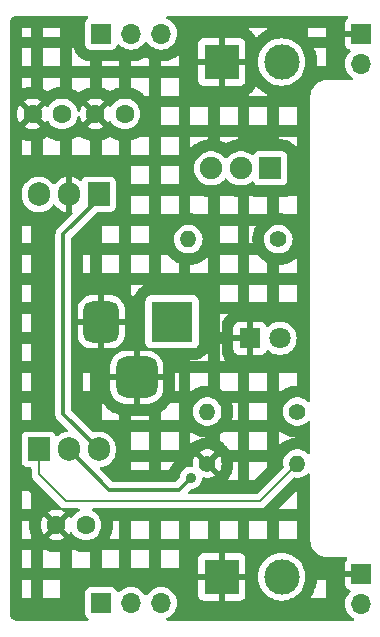
<source format=gbl>
%TF.GenerationSoftware,KiCad,Pcbnew,8.0.3*%
%TF.CreationDate,2024-07-22T06:59:44+03:00*%
%TF.ProjectId,Project 2 - Breadboard Power Supply,50726f6a-6563-4742-9032-202d20427265,rev?*%
%TF.SameCoordinates,Original*%
%TF.FileFunction,Copper,L2,Bot*%
%TF.FilePolarity,Positive*%
%FSLAX46Y46*%
G04 Gerber Fmt 4.6, Leading zero omitted, Abs format (unit mm)*
G04 Created by KiCad (PCBNEW 8.0.3) date 2024-07-22 06:59:44*
%MOMM*%
%LPD*%
G01*
G04 APERTURE LIST*
G04 Aperture macros list*
%AMRoundRect*
0 Rectangle with rounded corners*
0 $1 Rounding radius*
0 $2 $3 $4 $5 $6 $7 $8 $9 X,Y pos of 4 corners*
0 Add a 4 corners polygon primitive as box body*
4,1,4,$2,$3,$4,$5,$6,$7,$8,$9,$2,$3,0*
0 Add four circle primitives for the rounded corners*
1,1,$1+$1,$2,$3*
1,1,$1+$1,$4,$5*
1,1,$1+$1,$6,$7*
1,1,$1+$1,$8,$9*
0 Add four rect primitives between the rounded corners*
20,1,$1+$1,$2,$3,$4,$5,0*
20,1,$1+$1,$4,$5,$6,$7,0*
20,1,$1+$1,$6,$7,$8,$9,0*
20,1,$1+$1,$8,$9,$2,$3,0*%
G04 Aperture macros list end*
%TA.AperFunction,ComponentPad*%
%ADD10R,3.000000X3.000000*%
%TD*%
%TA.AperFunction,ComponentPad*%
%ADD11C,3.000000*%
%TD*%
%TA.AperFunction,ComponentPad*%
%ADD12R,1.700000X1.700000*%
%TD*%
%TA.AperFunction,ComponentPad*%
%ADD13O,1.700000X1.700000*%
%TD*%
%TA.AperFunction,ComponentPad*%
%ADD14R,1.900000X1.900000*%
%TD*%
%TA.AperFunction,ComponentPad*%
%ADD15C,1.900000*%
%TD*%
%TA.AperFunction,ComponentPad*%
%ADD16C,1.600000*%
%TD*%
%TA.AperFunction,ComponentPad*%
%ADD17R,1.905000X2.000000*%
%TD*%
%TA.AperFunction,ComponentPad*%
%ADD18O,1.905000X2.000000*%
%TD*%
%TA.AperFunction,ComponentPad*%
%ADD19C,1.400000*%
%TD*%
%TA.AperFunction,ComponentPad*%
%ADD20O,1.400000X1.400000*%
%TD*%
%TA.AperFunction,ComponentPad*%
%ADD21R,3.500000X3.500000*%
%TD*%
%TA.AperFunction,ComponentPad*%
%ADD22RoundRect,0.750000X-0.750000X-1.000000X0.750000X-1.000000X0.750000X1.000000X-0.750000X1.000000X0*%
%TD*%
%TA.AperFunction,ComponentPad*%
%ADD23RoundRect,0.875000X-0.875000X-0.875000X0.875000X-0.875000X0.875000X0.875000X-0.875000X0.875000X0*%
%TD*%
%TA.AperFunction,ComponentPad*%
%ADD24R,1.800000X1.800000*%
%TD*%
%TA.AperFunction,ComponentPad*%
%ADD25C,1.800000*%
%TD*%
%TA.AperFunction,ViaPad*%
%ADD26C,0.900000*%
%TD*%
%TA.AperFunction,Conductor*%
%ADD27C,0.350000*%
%TD*%
%TA.AperFunction,Conductor*%
%ADD28C,0.200000*%
%TD*%
G04 APERTURE END LIST*
D10*
%TO.P,J6,1,Pin_1*%
%TO.N,GND*%
X155800000Y-116000000D03*
D11*
%TO.P,J6,2,Pin_2*%
%TO.N,/PWR_OUT_BOTTOM*%
X160880000Y-116000000D03*
%TD*%
D12*
%TO.P,J2,1,Pin_1*%
%TO.N,GND*%
X167600000Y-70000000D03*
D13*
%TO.P,J2,2,Pin_2*%
%TO.N,/PWR_OUT_TOP*%
X167600000Y-72540000D03*
%TD*%
D14*
%TO.P,S1,1*%
%TO.N,/12V*%
X159920000Y-81400000D03*
D15*
%TO.P,S1,2*%
%TO.N,/PWR_input*%
X157420000Y-81400000D03*
%TO.P,S1,3*%
%TO.N,unconnected-(S1-Pad3)*%
X154920000Y-81400000D03*
%TD*%
D16*
%TO.P,C3,1*%
%TO.N,/5V*%
X142300000Y-76800000D03*
%TO.P,C3,2*%
%TO.N,GND*%
X139800000Y-76800000D03*
%TD*%
D17*
%TO.P,U1,1,VI*%
%TO.N,/12V*%
X145390000Y-83600000D03*
D18*
%TO.P,U1,2,GND*%
%TO.N,GND*%
X142850000Y-83600000D03*
%TO.P,U1,3,VO*%
%TO.N,/5V*%
X140310000Y-83600000D03*
%TD*%
D12*
%TO.P,J5,1,Pin_1*%
%TO.N,/3.3V*%
X145600000Y-118200000D03*
D13*
%TO.P,J5,2,Pin_2*%
%TO.N,/PWR_OUT_BOTTOM*%
X148140000Y-118200000D03*
%TO.P,J5,3,Pin_3*%
%TO.N,/5V*%
X150680000Y-118200000D03*
%TD*%
D17*
%TO.P,U2,1,ADJ*%
%TO.N,Net-(U2-ADJ)*%
X140310000Y-105200000D03*
D18*
%TO.P,U2,2,VO*%
%TO.N,/3.3V*%
X142850000Y-105200000D03*
%TO.P,U2,3,VI*%
%TO.N,/12V*%
X145390000Y-105200000D03*
%TD*%
D16*
%TO.P,C2,1*%
%TO.N,GND*%
X141800000Y-111600000D03*
%TO.P,C2,2*%
%TO.N,/3.3V*%
X144300000Y-111600000D03*
%TD*%
D19*
%TO.P,R1,1*%
%TO.N,Net-(D1-A)*%
X160600000Y-87400000D03*
D20*
%TO.P,R1,2*%
%TO.N,/12V*%
X152980000Y-87400000D03*
%TD*%
D19*
%TO.P,R3,1*%
%TO.N,GND*%
X154600000Y-106400000D03*
D20*
%TO.P,R3,2*%
%TO.N,Net-(U2-ADJ)*%
X162220000Y-106400000D03*
%TD*%
D21*
%TO.P,J1,1*%
%TO.N,/PWR_input*%
X151600000Y-94400000D03*
D22*
%TO.P,J1,2*%
%TO.N,GND*%
X145600000Y-94400000D03*
D23*
%TO.P,J1,3*%
X148600000Y-99100000D03*
%TD*%
D16*
%TO.P,C1,1*%
%TO.N,/12V*%
X147600000Y-76800000D03*
%TO.P,C1,2*%
%TO.N,GND*%
X145100000Y-76800000D03*
%TD*%
D10*
%TO.P,J7,1,Pin_1*%
%TO.N,GND*%
X155800000Y-72400000D03*
D11*
%TO.P,J7,2,Pin_2*%
%TO.N,/PWR_OUT_TOP*%
X160880000Y-72400000D03*
%TD*%
D19*
%TO.P,R2,1*%
%TO.N,Net-(U2-ADJ)*%
X162200000Y-102000000D03*
D20*
%TO.P,R2,2*%
%TO.N,/3.3V*%
X154580000Y-102000000D03*
%TD*%
D24*
%TO.P,D1,1,K*%
%TO.N,GND*%
X158200000Y-95800000D03*
D25*
%TO.P,D1,2,A*%
%TO.N,Net-(D1-A)*%
X160740000Y-95800000D03*
%TD*%
D12*
%TO.P,J4,1,Pin_1*%
%TO.N,/3.3V*%
X145600000Y-70000000D03*
D13*
%TO.P,J4,2,Pin_2*%
%TO.N,/PWR_OUT_TOP*%
X148140000Y-70000000D03*
%TO.P,J4,3,Pin_3*%
%TO.N,/5V*%
X150680000Y-70000000D03*
%TD*%
D12*
%TO.P,J3,1,Pin_1*%
%TO.N,GND*%
X167600000Y-115740000D03*
D13*
%TO.P,J3,2,Pin_2*%
%TO.N,/PWR_OUT_BOTTOM*%
X167600000Y-118280000D03*
%TD*%
D26*
%TO.N,/3.3V*%
X153200000Y-107600000D03*
%TD*%
D27*
%TO.N,/12V*%
X142400000Y-102210000D02*
X142400000Y-87000000D01*
X145390000Y-84010000D02*
X145390000Y-83600000D01*
X142400000Y-87000000D02*
X145390000Y-84010000D01*
X145390000Y-105200000D02*
X142400000Y-102210000D01*
%TO.N,/3.3V*%
X153200000Y-107600000D02*
X152200000Y-108600000D01*
X152200000Y-108600000D02*
X146250000Y-108600000D01*
X146250000Y-108600000D02*
X142850000Y-105200000D01*
D28*
%TO.N,Net-(U2-ADJ)*%
X159020000Y-109600000D02*
X142600000Y-109600000D01*
X140310000Y-107310000D02*
X140310000Y-105200000D01*
X162220000Y-106400000D02*
X159020000Y-109600000D01*
X142600000Y-109600000D02*
X140310000Y-107310000D01*
%TD*%
%TA.AperFunction,Conductor*%
%TO.N,GND*%
G36*
X144476936Y-68520185D02*
G01*
X144522691Y-68572989D01*
X144532635Y-68642147D01*
X144503610Y-68705703D01*
X144484208Y-68723766D01*
X144392455Y-68792452D01*
X144392452Y-68792455D01*
X144306206Y-68907664D01*
X144306202Y-68907671D01*
X144255908Y-69042517D01*
X144249501Y-69102116D01*
X144249500Y-69102135D01*
X144249500Y-70897870D01*
X144249501Y-70897876D01*
X144255908Y-70957483D01*
X144306202Y-71092328D01*
X144306206Y-71092335D01*
X144392452Y-71207544D01*
X144392455Y-71207547D01*
X144507664Y-71293793D01*
X144507671Y-71293797D01*
X144642517Y-71344091D01*
X144642516Y-71344091D01*
X144649444Y-71344835D01*
X144702127Y-71350500D01*
X146497872Y-71350499D01*
X146557483Y-71344091D01*
X146692331Y-71293796D01*
X146807546Y-71207546D01*
X146893796Y-71092331D01*
X146942810Y-70960916D01*
X146984681Y-70904984D01*
X147050145Y-70880566D01*
X147118418Y-70895417D01*
X147146673Y-70916569D01*
X147268599Y-71038495D01*
X147365384Y-71106265D01*
X147462165Y-71174032D01*
X147462167Y-71174033D01*
X147462170Y-71174035D01*
X147676337Y-71273903D01*
X147904592Y-71335063D01*
X148081034Y-71350500D01*
X148139999Y-71355659D01*
X148140000Y-71355659D01*
X148140001Y-71355659D01*
X148198966Y-71350500D01*
X148375408Y-71335063D01*
X148603663Y-71273903D01*
X148817830Y-71174035D01*
X149011401Y-71038495D01*
X149178495Y-70871401D01*
X149308425Y-70685842D01*
X149363002Y-70642217D01*
X149432500Y-70635023D01*
X149494855Y-70666546D01*
X149511575Y-70685842D01*
X149641500Y-70871395D01*
X149641505Y-70871401D01*
X149808599Y-71038495D01*
X149905384Y-71106265D01*
X150002165Y-71174032D01*
X150002167Y-71174033D01*
X150002170Y-71174035D01*
X150216337Y-71273903D01*
X150444592Y-71335063D01*
X150621034Y-71350500D01*
X150679999Y-71355659D01*
X150680000Y-71355659D01*
X150680001Y-71355659D01*
X150738966Y-71350500D01*
X150915408Y-71335063D01*
X151143663Y-71273903D01*
X151357830Y-71174035D01*
X151551401Y-71038495D01*
X151718495Y-70871401D01*
X151731971Y-70852155D01*
X153800000Y-70852155D01*
X153800000Y-72150000D01*
X155080936Y-72150000D01*
X155069207Y-72178316D01*
X155040000Y-72325147D01*
X155040000Y-72474853D01*
X155069207Y-72621684D01*
X155080936Y-72650000D01*
X153800000Y-72650000D01*
X153800000Y-73947844D01*
X153806401Y-74007372D01*
X153806403Y-74007379D01*
X153856645Y-74142086D01*
X153856649Y-74142093D01*
X153942809Y-74257187D01*
X153942812Y-74257190D01*
X154057906Y-74343350D01*
X154057913Y-74343354D01*
X154192620Y-74393596D01*
X154192627Y-74393598D01*
X154252155Y-74399999D01*
X154252172Y-74400000D01*
X155550000Y-74400000D01*
X155550000Y-73119064D01*
X155578316Y-73130793D01*
X155725147Y-73160000D01*
X155874853Y-73160000D01*
X156021684Y-73130793D01*
X156050000Y-73119064D01*
X156050000Y-74400000D01*
X157347828Y-74400000D01*
X157347844Y-74399999D01*
X157407372Y-74393598D01*
X157407379Y-74393596D01*
X157542086Y-74343354D01*
X157542093Y-74343350D01*
X157657187Y-74257190D01*
X157657190Y-74257187D01*
X157743350Y-74142093D01*
X157743354Y-74142086D01*
X157793596Y-74007379D01*
X157793598Y-74007372D01*
X157799999Y-73947844D01*
X157800000Y-73947827D01*
X157800000Y-72650000D01*
X156519064Y-72650000D01*
X156530793Y-72621684D01*
X156560000Y-72474853D01*
X156560000Y-72399998D01*
X158874390Y-72399998D01*
X158874390Y-72400001D01*
X158894804Y-72685433D01*
X158955628Y-72965037D01*
X158955630Y-72965043D01*
X158955631Y-72965046D01*
X158998207Y-73079196D01*
X159055635Y-73233166D01*
X159192770Y-73484309D01*
X159192775Y-73484317D01*
X159364254Y-73713387D01*
X159364270Y-73713405D01*
X159566594Y-73915729D01*
X159566612Y-73915745D01*
X159795682Y-74087224D01*
X159795690Y-74087229D01*
X160046833Y-74224364D01*
X160046832Y-74224364D01*
X160046836Y-74224365D01*
X160046839Y-74224367D01*
X160314954Y-74324369D01*
X160314960Y-74324370D01*
X160314962Y-74324371D01*
X160594566Y-74385195D01*
X160594568Y-74385195D01*
X160594572Y-74385196D01*
X160848220Y-74403337D01*
X160879999Y-74405610D01*
X160880000Y-74405610D01*
X160880001Y-74405610D01*
X160908595Y-74403564D01*
X161165428Y-74385196D01*
X161445046Y-74324369D01*
X161713161Y-74224367D01*
X161964315Y-74087226D01*
X162193395Y-73915739D01*
X162395739Y-73713395D01*
X162567226Y-73484315D01*
X162704367Y-73233161D01*
X162804369Y-72965046D01*
X162848975Y-72759995D01*
X162865195Y-72685433D01*
X162865195Y-72685432D01*
X162865196Y-72685428D01*
X162885610Y-72400000D01*
X162865196Y-72114572D01*
X162854833Y-72066936D01*
X162804371Y-71834962D01*
X162804370Y-71834960D01*
X162804369Y-71834954D01*
X162704367Y-71566839D01*
X162621604Y-71415271D01*
X162567229Y-71315690D01*
X162567224Y-71315682D01*
X162516932Y-71248500D01*
X163650791Y-71248500D01*
X163745666Y-71502869D01*
X163747136Y-71507037D01*
X163755584Y-71532415D01*
X163756906Y-71536636D01*
X163766948Y-71570826D01*
X163768121Y-71575100D01*
X163774752Y-71601076D01*
X163775771Y-71605388D01*
X163844179Y-71919855D01*
X163845044Y-71924202D01*
X163849802Y-71950581D01*
X163850510Y-71954954D01*
X163855579Y-71990228D01*
X163856130Y-71994613D01*
X163858989Y-72021210D01*
X163859383Y-72025617D01*
X163882338Y-72346575D01*
X163882575Y-72350994D01*
X163883531Y-72377755D01*
X163883610Y-72382182D01*
X163883610Y-72417818D01*
X163883531Y-72422245D01*
X163882575Y-72449006D01*
X163882338Y-72453425D01*
X163861091Y-72750500D01*
X164650500Y-72750500D01*
X164650500Y-71248500D01*
X163650791Y-71248500D01*
X162516932Y-71248500D01*
X162395745Y-71086612D01*
X162395729Y-71086594D01*
X162193405Y-70884270D01*
X162193387Y-70884254D01*
X161964317Y-70712775D01*
X161964309Y-70712770D01*
X161713166Y-70575635D01*
X161713167Y-70575635D01*
X161605915Y-70535632D01*
X161445046Y-70475631D01*
X161445043Y-70475630D01*
X161445037Y-70475628D01*
X161165433Y-70414804D01*
X160880001Y-70394390D01*
X160879999Y-70394390D01*
X160594566Y-70414804D01*
X160314962Y-70475628D01*
X160046833Y-70575635D01*
X159795690Y-70712770D01*
X159795682Y-70712775D01*
X159566612Y-70884254D01*
X159566594Y-70884270D01*
X159364270Y-71086594D01*
X159364254Y-71086612D01*
X159192775Y-71315682D01*
X159192770Y-71315690D01*
X159055635Y-71566833D01*
X158955628Y-71834962D01*
X158894804Y-72114566D01*
X158874390Y-72399998D01*
X156560000Y-72399998D01*
X156560000Y-72325147D01*
X156530793Y-72178316D01*
X156519064Y-72150000D01*
X157800000Y-72150000D01*
X157800000Y-70852172D01*
X157799999Y-70852155D01*
X157793598Y-70792627D01*
X157793596Y-70792620D01*
X157743354Y-70657913D01*
X157743350Y-70657906D01*
X157657190Y-70542812D01*
X157657187Y-70542809D01*
X157542093Y-70456649D01*
X157542086Y-70456645D01*
X157407379Y-70406403D01*
X157407372Y-70406401D01*
X157347844Y-70400000D01*
X156050000Y-70400000D01*
X156050000Y-71680935D01*
X156021684Y-71669207D01*
X155874853Y-71640000D01*
X155725147Y-71640000D01*
X155578316Y-71669207D01*
X155550000Y-71680935D01*
X155550000Y-70400000D01*
X154252155Y-70400000D01*
X154192627Y-70406401D01*
X154192620Y-70406403D01*
X154057913Y-70456645D01*
X154057906Y-70456649D01*
X153942812Y-70542809D01*
X153942809Y-70542812D01*
X153856649Y-70657906D01*
X153856645Y-70657913D01*
X153806403Y-70792620D01*
X153806401Y-70792627D01*
X153800000Y-70852155D01*
X151731971Y-70852155D01*
X151854035Y-70677830D01*
X151953903Y-70463663D01*
X152015063Y-70235408D01*
X152035659Y-70000000D01*
X152015063Y-69764592D01*
X151988095Y-69663944D01*
X158148500Y-69663944D01*
X158283816Y-69765243D01*
X158290707Y-69770796D01*
X158331192Y-69805876D01*
X158337671Y-69811908D01*
X158388092Y-69862329D01*
X158394124Y-69868808D01*
X158429204Y-69909293D01*
X158434757Y-69916184D01*
X158563655Y-70088368D01*
X158568703Y-70095638D01*
X158597667Y-70140705D01*
X158602185Y-70148319D01*
X158636362Y-70210909D01*
X158640323Y-70218823D01*
X158654790Y-70250500D01*
X158788981Y-70250500D01*
X163148500Y-70250500D01*
X164650500Y-70250500D01*
X164650500Y-69498500D01*
X163148500Y-69498500D01*
X163148500Y-70250500D01*
X158788981Y-70250500D01*
X158873516Y-70165965D01*
X158876701Y-70162892D01*
X158896308Y-70144637D01*
X158899605Y-70141675D01*
X158926537Y-70118340D01*
X158929934Y-70115501D01*
X158950776Y-70098707D01*
X158954268Y-70095995D01*
X159211863Y-69903162D01*
X159215450Y-69900575D01*
X159237430Y-69885313D01*
X159241107Y-69882856D01*
X159271083Y-69863589D01*
X159274853Y-69861260D01*
X159297898Y-69847586D01*
X159301747Y-69845394D01*
X159584194Y-69691166D01*
X159588118Y-69689113D01*
X159612082Y-69677118D01*
X159616079Y-69675206D01*
X159648495Y-69660404D01*
X159650500Y-69659531D01*
X159650500Y-69498500D01*
X158148500Y-69498500D01*
X158148500Y-69663944D01*
X151988095Y-69663944D01*
X151953903Y-69536337D01*
X151854035Y-69322171D01*
X151848425Y-69314158D01*
X151718494Y-69128597D01*
X151551402Y-68961506D01*
X151551395Y-68961501D01*
X151357834Y-68825967D01*
X151357830Y-68825965D01*
X151285968Y-68792455D01*
X151166790Y-68736881D01*
X151114352Y-68690710D01*
X151095200Y-68623516D01*
X151115416Y-68556635D01*
X151168581Y-68511300D01*
X151219196Y-68500500D01*
X166410731Y-68500500D01*
X166477770Y-68520185D01*
X166523525Y-68572989D01*
X166533469Y-68642147D01*
X166504444Y-68705703D01*
X166485042Y-68723766D01*
X166392812Y-68792809D01*
X166392809Y-68792812D01*
X166306649Y-68907906D01*
X166306645Y-68907913D01*
X166256403Y-69042620D01*
X166256401Y-69042627D01*
X166250000Y-69102155D01*
X166250000Y-69750000D01*
X167166988Y-69750000D01*
X167134075Y-69807007D01*
X167100000Y-69934174D01*
X167100000Y-70065826D01*
X167134075Y-70192993D01*
X167166988Y-70250000D01*
X166250000Y-70250000D01*
X166250000Y-70897844D01*
X166256401Y-70957372D01*
X166256403Y-70957379D01*
X166306645Y-71092086D01*
X166306649Y-71092093D01*
X166392809Y-71207187D01*
X166392812Y-71207190D01*
X166507906Y-71293350D01*
X166507913Y-71293354D01*
X166639470Y-71342421D01*
X166695403Y-71384292D01*
X166719821Y-71449756D01*
X166704970Y-71518029D01*
X166683819Y-71546284D01*
X166561503Y-71668600D01*
X166425965Y-71862169D01*
X166425964Y-71862171D01*
X166326098Y-72076335D01*
X166326094Y-72076344D01*
X166264938Y-72304586D01*
X166264936Y-72304596D01*
X166244341Y-72539999D01*
X166244341Y-72540000D01*
X166264936Y-72775403D01*
X166264938Y-72775413D01*
X166326094Y-73003655D01*
X166326096Y-73003659D01*
X166326097Y-73003663D01*
X166358664Y-73073503D01*
X166425965Y-73217830D01*
X166425967Y-73217834D01*
X166436703Y-73233166D01*
X166558369Y-73406923D01*
X166561501Y-73411395D01*
X166561506Y-73411402D01*
X166728597Y-73578493D01*
X166728603Y-73578498D01*
X166864887Y-73673925D01*
X166908512Y-73728502D01*
X166915706Y-73798000D01*
X166884183Y-73860355D01*
X166823953Y-73895769D01*
X166793764Y-73899500D01*
X164692682Y-73899500D01*
X164480235Y-73930044D01*
X164480225Y-73930047D01*
X164274284Y-73990517D01*
X164079061Y-74079672D01*
X164079048Y-74079679D01*
X163898485Y-74195720D01*
X163736275Y-74336275D01*
X163595720Y-74498485D01*
X163479679Y-74679048D01*
X163479678Y-74679051D01*
X163450295Y-74743390D01*
X163404539Y-74796193D01*
X163401404Y-74797856D01*
X163399999Y-74800000D01*
X163400132Y-74825610D01*
X163390705Y-74869642D01*
X163392061Y-74870148D01*
X163390514Y-74874293D01*
X163330047Y-75080225D01*
X163330044Y-75080235D01*
X163299500Y-75292682D01*
X163299500Y-101097020D01*
X163279815Y-101164059D01*
X163227011Y-101209814D01*
X163157853Y-101219758D01*
X163094297Y-101190733D01*
X163091962Y-101188657D01*
X162926562Y-101037876D01*
X162926560Y-101037874D01*
X162737404Y-100920754D01*
X162737398Y-100920752D01*
X162529940Y-100840382D01*
X162311243Y-100799500D01*
X162088757Y-100799500D01*
X161870060Y-100840382D01*
X161738864Y-100891207D01*
X161662601Y-100920752D01*
X161662595Y-100920754D01*
X161473439Y-101037874D01*
X161473437Y-101037876D01*
X161309020Y-101187761D01*
X161174943Y-101365308D01*
X161174938Y-101365316D01*
X161075775Y-101564461D01*
X161075769Y-101564476D01*
X161014885Y-101778462D01*
X161014884Y-101778464D01*
X160994357Y-101999999D01*
X160994357Y-102000000D01*
X161014884Y-102221535D01*
X161014885Y-102221537D01*
X161075769Y-102435523D01*
X161075775Y-102435538D01*
X161174938Y-102634683D01*
X161174943Y-102634691D01*
X161309020Y-102812238D01*
X161473437Y-102962123D01*
X161473439Y-102962125D01*
X161662595Y-103079245D01*
X161662596Y-103079245D01*
X161662599Y-103079247D01*
X161870060Y-103159618D01*
X162088757Y-103200500D01*
X162088759Y-103200500D01*
X162311241Y-103200500D01*
X162311243Y-103200500D01*
X162529940Y-103159618D01*
X162737401Y-103079247D01*
X162926562Y-102962124D01*
X163090981Y-102812236D01*
X163090980Y-102812236D01*
X163091962Y-102811342D01*
X163154766Y-102780725D01*
X163224153Y-102788922D01*
X163278093Y-102833332D01*
X163299461Y-102899854D01*
X163299500Y-102902979D01*
X163299500Y-105478788D01*
X163279815Y-105545827D01*
X163227011Y-105591582D01*
X163157853Y-105601526D01*
X163094297Y-105572501D01*
X163091962Y-105570425D01*
X162946562Y-105437876D01*
X162946560Y-105437874D01*
X162757404Y-105320754D01*
X162757398Y-105320752D01*
X162549940Y-105240382D01*
X162331243Y-105199500D01*
X162108757Y-105199500D01*
X161890060Y-105240382D01*
X161758864Y-105291207D01*
X161682601Y-105320752D01*
X161682595Y-105320754D01*
X161493439Y-105437874D01*
X161493437Y-105437876D01*
X161329020Y-105587761D01*
X161194943Y-105765308D01*
X161194938Y-105765316D01*
X161095775Y-105964461D01*
X161095769Y-105964476D01*
X161034885Y-106178462D01*
X161034884Y-106178464D01*
X161014357Y-106399999D01*
X161014357Y-106400000D01*
X161034885Y-106621537D01*
X161040270Y-106640463D01*
X161039683Y-106710330D01*
X161008685Y-106762078D01*
X158807584Y-108963181D01*
X158746261Y-108996666D01*
X158719903Y-108999500D01*
X153055163Y-108999500D01*
X152988124Y-108979815D01*
X152942369Y-108927011D01*
X152932425Y-108857853D01*
X152961450Y-108794297D01*
X152967473Y-108787826D01*
X153168853Y-108586446D01*
X153230172Y-108552964D01*
X153244370Y-108550728D01*
X153386331Y-108536747D01*
X153565501Y-108482396D01*
X153730625Y-108394136D01*
X153875357Y-108275357D01*
X153994136Y-108130625D01*
X154082396Y-107965501D01*
X154136747Y-107786331D01*
X154140276Y-107750500D01*
X156334472Y-107750500D01*
X157150500Y-107750500D01*
X158148500Y-107750500D01*
X158608881Y-107750500D01*
X159650500Y-106708879D01*
X159650500Y-106248500D01*
X158148500Y-106248500D01*
X158148500Y-107750500D01*
X157150500Y-107750500D01*
X157150500Y-106248500D01*
X156793378Y-106248500D01*
X156801011Y-106330878D01*
X156801408Y-106336591D01*
X156803009Y-106371211D01*
X156803141Y-106376939D01*
X156803141Y-106423061D01*
X156803009Y-106428789D01*
X156801408Y-106463409D01*
X156801011Y-106469122D01*
X156776235Y-106736495D01*
X156775575Y-106742185D01*
X156770786Y-106776517D01*
X156769863Y-106782175D01*
X156761387Y-106827510D01*
X156760205Y-106833111D01*
X156752273Y-106866836D01*
X156750834Y-106872379D01*
X156677355Y-107130637D01*
X156675660Y-107136109D01*
X156664647Y-107168968D01*
X156662701Y-107174357D01*
X156646039Y-107217366D01*
X156643848Y-107222657D01*
X156629849Y-107254363D01*
X156627414Y-107259550D01*
X156507725Y-107499917D01*
X156505055Y-107504982D01*
X156488191Y-107535260D01*
X156485287Y-107540202D01*
X156461003Y-107579421D01*
X156457875Y-107584222D01*
X156438283Y-107612821D01*
X156434937Y-107617470D01*
X156334472Y-107750500D01*
X154140276Y-107750500D01*
X154147876Y-107673330D01*
X154174036Y-107608544D01*
X154231071Y-107568185D01*
X154294064Y-107563596D01*
X154488807Y-107600000D01*
X154711193Y-107600000D01*
X154929809Y-107559133D01*
X155137168Y-107478801D01*
X155137181Y-107478795D01*
X155253326Y-107406879D01*
X154596447Y-106750000D01*
X154646078Y-106750000D01*
X154735095Y-106726148D01*
X154814905Y-106680070D01*
X154880070Y-106614905D01*
X154926148Y-106535095D01*
X154950000Y-106446078D01*
X154950000Y-106399999D01*
X154953553Y-106399999D01*
X154953553Y-106400000D01*
X155608861Y-107055308D01*
X155624631Y-107034425D01*
X155624633Y-107034422D01*
X155723759Y-106835350D01*
X155784621Y-106621439D01*
X155805141Y-106400000D01*
X155805141Y-106399999D01*
X155784621Y-106178560D01*
X155723759Y-105964649D01*
X155624635Y-105765580D01*
X155624630Y-105765572D01*
X155608860Y-105744690D01*
X154953553Y-106399999D01*
X154950000Y-106399999D01*
X154950000Y-106353922D01*
X154926148Y-106264905D01*
X154880070Y-106185095D01*
X154814905Y-106119930D01*
X154735095Y-106073852D01*
X154646078Y-106050000D01*
X154553922Y-106050000D01*
X154464905Y-106073852D01*
X154385095Y-106119930D01*
X154319930Y-106185095D01*
X154273852Y-106264905D01*
X154250000Y-106353922D01*
X154250000Y-106403553D01*
X153591138Y-105744691D01*
X153591137Y-105744691D01*
X153575368Y-105765574D01*
X153476240Y-105964649D01*
X153415378Y-106178560D01*
X153394859Y-106399999D01*
X153394859Y-106400001D01*
X153405696Y-106516958D01*
X153392281Y-106585528D01*
X153343923Y-106635960D01*
X153275977Y-106652242D01*
X153270072Y-106651802D01*
X153200001Y-106644901D01*
X153200000Y-106644901D01*
X153013668Y-106663252D01*
X153013666Y-106663253D01*
X152834497Y-106717604D01*
X152669376Y-106805862D01*
X152669373Y-106805864D01*
X152524642Y-106924642D01*
X152405864Y-107069373D01*
X152405862Y-107069376D01*
X152317604Y-107234497D01*
X152263253Y-107413666D01*
X152263253Y-107413667D01*
X152249271Y-107555622D01*
X152223110Y-107620409D01*
X152213549Y-107631148D01*
X151956516Y-107888182D01*
X151895196Y-107921666D01*
X151868837Y-107924500D01*
X146581163Y-107924500D01*
X146514124Y-107904815D01*
X146493482Y-107888181D01*
X145531801Y-106926500D01*
X148148500Y-106926500D01*
X149650500Y-106926500D01*
X150648500Y-106926500D01*
X151368127Y-106926500D01*
X151369690Y-106921349D01*
X151371598Y-106915571D01*
X151383999Y-106880912D01*
X151386189Y-106875237D01*
X151404941Y-106829962D01*
X151407408Y-106824395D01*
X151423156Y-106791098D01*
X151425893Y-106785661D01*
X151537255Y-106577316D01*
X151540254Y-106572022D01*
X151559180Y-106540445D01*
X151562435Y-106535304D01*
X151589662Y-106494554D01*
X151593168Y-106489576D01*
X151615108Y-106459993D01*
X151618853Y-106455194D01*
X151768724Y-106272576D01*
X151772699Y-106267967D01*
X151790343Y-106248500D01*
X150648500Y-106248500D01*
X150648500Y-106926500D01*
X149650500Y-106926500D01*
X149650500Y-106248500D01*
X148148500Y-106248500D01*
X148148500Y-106926500D01*
X145531801Y-106926500D01*
X145505032Y-106899731D01*
X145471547Y-106838408D01*
X145476531Y-106768716D01*
X145518403Y-106712783D01*
X145573312Y-106689577D01*
X145730245Y-106664722D01*
X145730248Y-106664721D01*
X145730249Y-106664721D01*
X145947755Y-106594049D01*
X145947755Y-106594048D01*
X145947758Y-106594048D01*
X146151538Y-106490217D01*
X146336566Y-106355786D01*
X146498286Y-106194066D01*
X146632717Y-106009038D01*
X146736548Y-105805258D01*
X146749528Y-105765311D01*
X146807221Y-105587749D01*
X146807221Y-105587748D01*
X146807222Y-105587745D01*
X146838048Y-105393119D01*
X153946671Y-105393119D01*
X154600000Y-106046447D01*
X154600001Y-106046447D01*
X155253327Y-105393119D01*
X155137178Y-105321202D01*
X155137177Y-105321201D01*
X154929804Y-105240865D01*
X154711193Y-105200000D01*
X154488807Y-105200000D01*
X154270195Y-105240865D01*
X154062824Y-105321200D01*
X154062823Y-105321201D01*
X153946671Y-105393119D01*
X146838048Y-105393119D01*
X146843000Y-105361854D01*
X146843000Y-105250500D01*
X148148500Y-105250500D01*
X149650500Y-105250500D01*
X150648500Y-105250500D01*
X152150500Y-105250500D01*
X152150500Y-104762742D01*
X153148500Y-104762742D01*
X153184823Y-104705566D01*
X153224211Y-104666630D01*
X153557042Y-104460550D01*
X153561976Y-104457651D01*
X153592235Y-104440795D01*
X153597302Y-104438123D01*
X153638587Y-104417563D01*
X153643777Y-104415127D01*
X153675497Y-104401121D01*
X153680790Y-104398928D01*
X153931193Y-104301921D01*
X153936584Y-104299975D01*
X153969466Y-104288955D01*
X153974942Y-104287259D01*
X154019304Y-104274640D01*
X154024846Y-104273202D01*
X154058560Y-104265274D01*
X154064160Y-104264092D01*
X154328090Y-104214755D01*
X154333744Y-104213833D01*
X154368062Y-104209046D01*
X154373750Y-104208386D01*
X154419673Y-104204130D01*
X154425388Y-104203733D01*
X154460012Y-104202132D01*
X154465740Y-104202000D01*
X154650500Y-104202000D01*
X154650500Y-104198500D01*
X154445695Y-104198500D01*
X154439967Y-104198368D01*
X154405346Y-104196767D01*
X154399632Y-104196370D01*
X154353706Y-104192114D01*
X154348016Y-104191454D01*
X154313693Y-104186666D01*
X154308040Y-104185744D01*
X154044004Y-104136387D01*
X154038396Y-104135204D01*
X154004654Y-104127267D01*
X153999112Y-104125827D01*
X153954752Y-104113205D01*
X153949278Y-104111510D01*
X153916428Y-104100499D01*
X153911043Y-104098555D01*
X153660569Y-104001522D01*
X153655274Y-103999328D01*
X153623553Y-103985321D01*
X153618365Y-103982886D01*
X153577080Y-103962326D01*
X153572016Y-103959656D01*
X153541757Y-103942801D01*
X153536821Y-103939900D01*
X153511498Y-103924221D01*
X155648500Y-103924221D01*
X155648500Y-104463980D01*
X155975790Y-104666632D01*
X156015178Y-104705569D01*
X156121988Y-104873705D01*
X156233303Y-104934033D01*
X156273174Y-104968324D01*
X156434946Y-105182541D01*
X156438291Y-105187192D01*
X156457873Y-105215778D01*
X156460999Y-105220574D01*
X156479530Y-105250500D01*
X157150500Y-105250500D01*
X158148500Y-105250500D01*
X159650500Y-105250500D01*
X159650500Y-104857682D01*
X160648500Y-104857682D01*
X160838129Y-104684812D01*
X160842451Y-104681051D01*
X160869109Y-104658915D01*
X160873596Y-104655361D01*
X160910402Y-104627565D01*
X160915053Y-104624218D01*
X160943650Y-104604628D01*
X160948451Y-104601500D01*
X161176821Y-104460100D01*
X161181757Y-104457199D01*
X161212016Y-104440344D01*
X161217080Y-104437674D01*
X161258365Y-104417114D01*
X161263553Y-104414679D01*
X161295274Y-104400672D01*
X161300569Y-104398478D01*
X161551043Y-104301445D01*
X161556428Y-104299501D01*
X161589278Y-104288490D01*
X161594752Y-104286795D01*
X161639112Y-104274173D01*
X161644654Y-104272733D01*
X161678396Y-104264796D01*
X161684004Y-104263613D01*
X161948040Y-104214256D01*
X161953693Y-104213334D01*
X161988016Y-104208546D01*
X161993706Y-104207886D01*
X162039632Y-104203630D01*
X162045346Y-104203233D01*
X162079967Y-104201632D01*
X162085695Y-104201500D01*
X162150500Y-104201500D01*
X162150500Y-104198500D01*
X162065695Y-104198500D01*
X162059967Y-104198368D01*
X162025346Y-104196767D01*
X162019632Y-104196370D01*
X161973706Y-104192114D01*
X161968016Y-104191454D01*
X161933693Y-104186666D01*
X161928040Y-104185744D01*
X161664004Y-104136387D01*
X161658396Y-104135204D01*
X161624654Y-104127267D01*
X161619112Y-104125827D01*
X161574752Y-104113205D01*
X161569278Y-104111510D01*
X161536428Y-104100499D01*
X161531043Y-104098555D01*
X161280569Y-104001522D01*
X161275274Y-103999328D01*
X161243553Y-103985321D01*
X161238365Y-103982886D01*
X161197080Y-103962326D01*
X161192016Y-103959656D01*
X161161757Y-103942801D01*
X161156821Y-103939900D01*
X160928451Y-103798500D01*
X160923650Y-103795372D01*
X160895053Y-103775782D01*
X160890402Y-103772435D01*
X160858709Y-103748500D01*
X160648500Y-103748500D01*
X160648500Y-104857682D01*
X159650500Y-104857682D01*
X159650500Y-103748500D01*
X158148500Y-103748500D01*
X158148500Y-105250500D01*
X157150500Y-105250500D01*
X157150500Y-103748500D01*
X155921291Y-103748500D01*
X155889598Y-103772435D01*
X155884947Y-103775782D01*
X155856350Y-103795372D01*
X155851549Y-103798500D01*
X155648500Y-103924221D01*
X153511498Y-103924221D01*
X153308451Y-103798500D01*
X153303650Y-103795372D01*
X153275053Y-103775782D01*
X153270402Y-103772435D01*
X153238709Y-103748500D01*
X153148500Y-103748500D01*
X153148500Y-104762742D01*
X152150500Y-104762742D01*
X152150500Y-103748500D01*
X150648500Y-103748500D01*
X150648500Y-105250500D01*
X149650500Y-105250500D01*
X149650500Y-103748500D01*
X148148500Y-103748500D01*
X148148500Y-105250500D01*
X146843000Y-105250500D01*
X146843000Y-105038146D01*
X146807222Y-104812255D01*
X146807221Y-104812251D01*
X146807221Y-104812250D01*
X146736549Y-104594744D01*
X146669921Y-104463980D01*
X146632717Y-104390962D01*
X146498286Y-104205934D01*
X146336566Y-104044214D01*
X146151538Y-103909783D01*
X145947755Y-103805950D01*
X145730248Y-103735278D01*
X145544812Y-103705908D01*
X145504354Y-103699500D01*
X145275646Y-103699500D01*
X145244760Y-103704391D01*
X145049755Y-103735277D01*
X144994332Y-103753285D01*
X144924491Y-103755279D01*
X144868335Y-103723034D01*
X143857191Y-102711890D01*
X145648500Y-102711890D01*
X145892264Y-102750500D01*
X147150500Y-102750500D01*
X147150500Y-102347999D01*
X148148500Y-102347999D01*
X148148500Y-102750500D01*
X149650500Y-102750500D01*
X149650500Y-102345056D01*
X149609901Y-102347212D01*
X149606605Y-102347343D01*
X149583431Y-102347956D01*
X149580152Y-102347999D01*
X148649454Y-102347999D01*
X148601999Y-102338559D01*
X148600001Y-102337731D01*
X148598004Y-102338559D01*
X148550549Y-102347999D01*
X148148500Y-102347999D01*
X147150500Y-102347999D01*
X147150500Y-102280862D01*
X147138706Y-102278582D01*
X147133564Y-102277474D01*
X147102593Y-102270109D01*
X147097498Y-102268782D01*
X147056722Y-102257236D01*
X147051688Y-102255695D01*
X147021434Y-102245723D01*
X147016469Y-102243969D01*
X146757828Y-102146362D01*
X146752945Y-102144400D01*
X146723652Y-102131901D01*
X146718853Y-102129731D01*
X146680614Y-102111458D01*
X146675914Y-102109088D01*
X146647792Y-102094152D01*
X146643198Y-102091586D01*
X146551499Y-102037775D01*
X150648500Y-102037775D01*
X150648500Y-102750500D01*
X152150500Y-102750500D01*
X152150500Y-101999999D01*
X153374357Y-101999999D01*
X153374357Y-102000000D01*
X153394884Y-102221535D01*
X153394885Y-102221537D01*
X153455769Y-102435523D01*
X153455775Y-102435538D01*
X153554938Y-102634683D01*
X153554943Y-102634691D01*
X153689020Y-102812238D01*
X153853437Y-102962123D01*
X153853439Y-102962125D01*
X154042595Y-103079245D01*
X154042596Y-103079245D01*
X154042599Y-103079247D01*
X154250060Y-103159618D01*
X154468757Y-103200500D01*
X154468759Y-103200500D01*
X154691241Y-103200500D01*
X154691243Y-103200500D01*
X154909940Y-103159618D01*
X155117401Y-103079247D01*
X155306562Y-102962124D01*
X155470981Y-102812236D01*
X155605058Y-102634689D01*
X155704229Y-102435528D01*
X155765115Y-102221536D01*
X155785643Y-102000000D01*
X155782540Y-101966518D01*
X155765115Y-101778464D01*
X155765114Y-101778462D01*
X155734670Y-101671463D01*
X155704229Y-101564472D01*
X155704224Y-101564461D01*
X155605061Y-101365316D01*
X155605056Y-101365308D01*
X155516847Y-101248500D01*
X156651029Y-101248500D01*
X156656131Y-101263723D01*
X156657824Y-101269192D01*
X156731326Y-101527524D01*
X156732766Y-101533067D01*
X156740699Y-101566795D01*
X156741881Y-101572398D01*
X156750357Y-101617734D01*
X156751280Y-101623391D01*
X156756069Y-101657724D01*
X156756729Y-101663413D01*
X156781514Y-101930879D01*
X156781911Y-101936596D01*
X156783511Y-101971214D01*
X156783643Y-101976939D01*
X156783643Y-102023061D01*
X156783511Y-102028786D01*
X156781911Y-102063404D01*
X156781514Y-102069121D01*
X156756729Y-102336587D01*
X156756069Y-102342276D01*
X156751280Y-102376609D01*
X156750357Y-102382266D01*
X156741881Y-102427602D01*
X156740699Y-102433205D01*
X156732766Y-102466933D01*
X156731326Y-102472476D01*
X156657824Y-102730808D01*
X156656131Y-102736277D01*
X156651364Y-102750500D01*
X157150500Y-102750500D01*
X158148500Y-102750500D01*
X159650500Y-102750500D01*
X159650500Y-101248500D01*
X158148500Y-101248500D01*
X158148500Y-102750500D01*
X157150500Y-102750500D01*
X157150500Y-101248500D01*
X156651029Y-101248500D01*
X155516847Y-101248500D01*
X155470979Y-101187761D01*
X155306562Y-101037876D01*
X155306560Y-101037874D01*
X155117404Y-100920754D01*
X155117398Y-100920752D01*
X154909940Y-100840382D01*
X154691243Y-100799500D01*
X154468757Y-100799500D01*
X154250060Y-100840382D01*
X154118864Y-100891207D01*
X154042601Y-100920752D01*
X154042595Y-100920754D01*
X153853439Y-101037874D01*
X153853437Y-101037876D01*
X153689020Y-101187761D01*
X153554943Y-101365308D01*
X153554938Y-101365316D01*
X153455775Y-101564461D01*
X153455769Y-101564476D01*
X153394885Y-101778462D01*
X153394884Y-101778464D01*
X153374357Y-101999999D01*
X152150500Y-101999999D01*
X152150500Y-101248500D01*
X151479094Y-101248500D01*
X151451678Y-101295219D01*
X151448917Y-101299703D01*
X151431651Y-101326455D01*
X151428706Y-101330813D01*
X151404235Y-101365414D01*
X151401103Y-101369648D01*
X151381625Y-101394847D01*
X151378319Y-101398942D01*
X151200127Y-101610290D01*
X151196648Y-101614243D01*
X151175105Y-101637697D01*
X151171463Y-101641496D01*
X151141496Y-101671463D01*
X151137697Y-101675105D01*
X151114243Y-101696648D01*
X151110290Y-101700127D01*
X150898942Y-101878319D01*
X150894847Y-101881625D01*
X150869648Y-101901103D01*
X150865414Y-101904235D01*
X150830813Y-101928706D01*
X150826455Y-101931651D01*
X150799703Y-101948917D01*
X150795219Y-101951678D01*
X150648500Y-102037775D01*
X146551499Y-102037775D01*
X146404781Y-101951678D01*
X146400297Y-101948917D01*
X146373545Y-101931651D01*
X146369187Y-101928706D01*
X146334586Y-101904235D01*
X146330352Y-101901103D01*
X146305153Y-101881625D01*
X146301058Y-101878319D01*
X146089710Y-101700127D01*
X146085757Y-101696648D01*
X146062303Y-101675105D01*
X146058504Y-101671463D01*
X146028537Y-101641496D01*
X146024895Y-101637697D01*
X146003352Y-101614243D01*
X145999873Y-101610290D01*
X145821681Y-101398942D01*
X145818375Y-101394847D01*
X145798897Y-101369648D01*
X145795765Y-101365414D01*
X145771294Y-101330813D01*
X145768349Y-101326455D01*
X145751083Y-101299703D01*
X145748322Y-101295219D01*
X145720906Y-101248500D01*
X145648500Y-101248500D01*
X145648500Y-102711890D01*
X143857191Y-102711890D01*
X143111819Y-101966518D01*
X143078334Y-101905195D01*
X143075500Y-101878837D01*
X143075500Y-100250500D01*
X144073500Y-100250500D01*
X144650500Y-100250500D01*
X144650500Y-98748500D01*
X144073500Y-98748500D01*
X144073500Y-100250500D01*
X143075500Y-100250500D01*
X143075500Y-98131421D01*
X146350000Y-98131421D01*
X146350000Y-98850000D01*
X147166988Y-98850000D01*
X147134075Y-98907007D01*
X147100000Y-99034174D01*
X147100000Y-99165826D01*
X147134075Y-99292993D01*
X147166988Y-99350000D01*
X146350001Y-99350000D01*
X146350001Y-100068588D01*
X146352794Y-100121191D01*
X146397237Y-100350987D01*
X146479879Y-100569975D01*
X146598339Y-100771841D01*
X146598344Y-100771848D01*
X146749211Y-100950786D01*
X146749213Y-100950788D01*
X146928151Y-101101655D01*
X146928158Y-101101660D01*
X147130024Y-101220120D01*
X147349012Y-101302762D01*
X147578809Y-101347205D01*
X147631382Y-101349998D01*
X147631421Y-101349999D01*
X148349999Y-101349999D01*
X148350000Y-101349998D01*
X148350000Y-99600000D01*
X148850000Y-99600000D01*
X148850000Y-101349999D01*
X149568576Y-101349999D01*
X149568588Y-101349998D01*
X149621191Y-101347205D01*
X149850987Y-101302762D01*
X150069975Y-101220120D01*
X150271841Y-101101660D01*
X150271848Y-101101655D01*
X150450786Y-100950788D01*
X150450788Y-100950786D01*
X150601655Y-100771848D01*
X150601660Y-100771841D01*
X150720120Y-100569975D01*
X150802762Y-100350987D01*
X150822196Y-100250500D01*
X151836825Y-100250500D01*
X152150500Y-100250500D01*
X153148500Y-100250500D01*
X153240033Y-100250500D01*
X153270402Y-100227565D01*
X153275053Y-100224218D01*
X153303650Y-100204628D01*
X153308451Y-100201500D01*
X153511500Y-100075778D01*
X155648500Y-100075778D01*
X155851549Y-100201500D01*
X155856350Y-100204628D01*
X155884947Y-100224218D01*
X155889598Y-100227565D01*
X155919967Y-100250500D01*
X157150500Y-100250500D01*
X158148500Y-100250500D01*
X159650500Y-100250500D01*
X160648500Y-100250500D01*
X160860033Y-100250500D01*
X160890402Y-100227565D01*
X160895053Y-100224218D01*
X160923650Y-100204628D01*
X160928451Y-100201500D01*
X161156821Y-100060100D01*
X161161757Y-100057199D01*
X161192016Y-100040344D01*
X161197080Y-100037674D01*
X161238365Y-100017114D01*
X161243553Y-100014679D01*
X161275274Y-100000672D01*
X161280569Y-99998478D01*
X161531043Y-99901445D01*
X161536428Y-99899501D01*
X161569278Y-99888490D01*
X161574752Y-99886795D01*
X161619112Y-99874173D01*
X161624654Y-99872733D01*
X161658396Y-99864796D01*
X161664004Y-99863613D01*
X161928040Y-99814256D01*
X161933693Y-99813334D01*
X161968016Y-99808546D01*
X161973706Y-99807886D01*
X162019632Y-99803630D01*
X162025346Y-99803233D01*
X162059967Y-99801632D01*
X162065695Y-99801500D01*
X162150500Y-99801500D01*
X162150500Y-98748500D01*
X160648500Y-98748500D01*
X160648500Y-100250500D01*
X159650500Y-100250500D01*
X159650500Y-98748500D01*
X158148500Y-98748500D01*
X158148500Y-100250500D01*
X157150500Y-100250500D01*
X157150500Y-98748500D01*
X155648500Y-98748500D01*
X155648500Y-100075778D01*
X153511500Y-100075778D01*
X153536821Y-100060100D01*
X153541757Y-100057199D01*
X153572016Y-100040344D01*
X153577080Y-100037674D01*
X153618365Y-100017114D01*
X153623553Y-100014679D01*
X153655274Y-100000672D01*
X153660569Y-99998478D01*
X153911043Y-99901445D01*
X153916428Y-99899501D01*
X153949278Y-99888490D01*
X153954752Y-99886795D01*
X153999112Y-99874173D01*
X154004654Y-99872733D01*
X154038396Y-99864796D01*
X154044004Y-99863613D01*
X154308040Y-99814256D01*
X154313693Y-99813334D01*
X154348016Y-99808546D01*
X154353706Y-99807886D01*
X154399632Y-99803630D01*
X154405346Y-99803233D01*
X154439967Y-99801632D01*
X154445695Y-99801500D01*
X154650500Y-99801500D01*
X154650500Y-98748500D01*
X153148500Y-98748500D01*
X153148500Y-100250500D01*
X152150500Y-100250500D01*
X152150500Y-98748500D01*
X151847999Y-98748500D01*
X151847999Y-99050546D01*
X151838559Y-99098001D01*
X151837731Y-99099998D01*
X151838561Y-99102000D01*
X151848000Y-99149454D01*
X151848000Y-100080150D01*
X151847957Y-100083427D01*
X151847344Y-100106615D01*
X151847212Y-100109917D01*
X151842888Y-100191304D01*
X151842588Y-100195565D01*
X151840330Y-100221295D01*
X151839884Y-100225539D01*
X151836825Y-100250500D01*
X150822196Y-100250500D01*
X150847205Y-100121191D01*
X150847205Y-100121190D01*
X150849998Y-100068617D01*
X150850000Y-100068578D01*
X150850000Y-99350000D01*
X150033012Y-99350000D01*
X150065925Y-99292993D01*
X150100000Y-99165826D01*
X150100000Y-99034174D01*
X150065925Y-98907007D01*
X150033012Y-98850000D01*
X150849999Y-98850000D01*
X150849999Y-98131423D01*
X150849998Y-98131411D01*
X150847205Y-98078808D01*
X150802762Y-97849012D01*
X150727092Y-97648499D01*
X153148500Y-97648499D01*
X153148500Y-97750500D01*
X154650500Y-97750500D01*
X155648500Y-97750500D01*
X156224737Y-97750500D01*
X156211908Y-97737671D01*
X156205876Y-97731192D01*
X156170796Y-97690707D01*
X156165243Y-97683816D01*
X156036345Y-97511632D01*
X156031297Y-97504362D01*
X156002333Y-97459295D01*
X155997815Y-97451681D01*
X155963638Y-97389091D01*
X155959677Y-97381177D01*
X155937419Y-97332441D01*
X155934030Y-97324261D01*
X155860421Y-97126904D01*
X155857942Y-97119564D01*
X155844332Y-97074695D01*
X155842315Y-97067212D01*
X155827972Y-97006501D01*
X155826428Y-96998916D01*
X155818522Y-96952738D01*
X155817455Y-96945069D01*
X155806289Y-96841217D01*
X155805977Y-96837905D01*
X155804364Y-96817856D01*
X155804142Y-96814542D01*
X155802713Y-96787855D01*
X155802580Y-96784539D01*
X155802044Y-96764491D01*
X155802000Y-96761177D01*
X155802000Y-96248500D01*
X155648500Y-96248500D01*
X155648500Y-97750500D01*
X154650500Y-97750500D01*
X154650500Y-96905509D01*
X154648110Y-96909537D01*
X154619146Y-96954604D01*
X154614098Y-96961874D01*
X154485114Y-97134173D01*
X154479561Y-97141064D01*
X154444481Y-97181549D01*
X154438449Y-97188028D01*
X154388028Y-97238449D01*
X154381549Y-97244481D01*
X154341064Y-97279561D01*
X154334173Y-97285114D01*
X154161874Y-97414098D01*
X154154604Y-97419146D01*
X154109537Y-97448110D01*
X154101923Y-97452628D01*
X154039333Y-97486805D01*
X154031419Y-97490767D01*
X153982682Y-97513025D01*
X153974502Y-97516413D01*
X153777018Y-97590069D01*
X153769679Y-97592548D01*
X153724828Y-97606153D01*
X153717352Y-97608168D01*
X153656637Y-97622516D01*
X153649045Y-97624061D01*
X153602840Y-97631972D01*
X153595167Y-97633041D01*
X153491244Y-97644212D01*
X153487939Y-97644522D01*
X153467899Y-97646135D01*
X153464578Y-97646358D01*
X153437895Y-97647786D01*
X153434582Y-97647919D01*
X153414534Y-97648455D01*
X153411220Y-97648499D01*
X153148500Y-97648499D01*
X150727092Y-97648499D01*
X150720120Y-97630024D01*
X150601660Y-97428158D01*
X150601655Y-97428151D01*
X150450788Y-97249213D01*
X150450786Y-97249211D01*
X150271848Y-97098344D01*
X150271841Y-97098339D01*
X150069975Y-96979879D01*
X149850984Y-96897236D01*
X149845840Y-96896241D01*
X149783760Y-96864180D01*
X149748869Y-96803646D01*
X149752244Y-96733858D01*
X149792814Y-96676973D01*
X149857697Y-96651052D01*
X149869374Y-96650499D01*
X153397872Y-96650499D01*
X153457483Y-96644091D01*
X153592331Y-96593796D01*
X153707546Y-96507546D01*
X153793796Y-96392331D01*
X153844091Y-96257483D01*
X153850500Y-96197873D01*
X153850500Y-95250500D01*
X155648500Y-95250500D01*
X155802000Y-95250500D01*
X155802000Y-94852155D01*
X156800000Y-94852155D01*
X156800000Y-95550000D01*
X157824722Y-95550000D01*
X157780667Y-95626306D01*
X157750000Y-95740756D01*
X157750000Y-95859244D01*
X157780667Y-95973694D01*
X157824722Y-96050000D01*
X156800000Y-96050000D01*
X156800000Y-96747844D01*
X156806401Y-96807372D01*
X156806403Y-96807379D01*
X156856645Y-96942086D01*
X156856649Y-96942093D01*
X156942809Y-97057187D01*
X156942812Y-97057190D01*
X157057906Y-97143350D01*
X157057913Y-97143354D01*
X157192620Y-97193596D01*
X157192627Y-97193598D01*
X157252155Y-97199999D01*
X157252172Y-97200000D01*
X157950000Y-97200000D01*
X157950000Y-96175277D01*
X158026306Y-96219333D01*
X158140756Y-96250000D01*
X158259244Y-96250000D01*
X158373694Y-96219333D01*
X158450000Y-96175277D01*
X158450000Y-97200000D01*
X159147828Y-97200000D01*
X159147844Y-97199999D01*
X159207372Y-97193598D01*
X159207379Y-97193596D01*
X159342086Y-97143354D01*
X159342093Y-97143350D01*
X159457187Y-97057190D01*
X159457190Y-97057187D01*
X159543350Y-96942093D01*
X159543355Y-96942084D01*
X159572075Y-96865081D01*
X159613945Y-96809147D01*
X159679409Y-96784729D01*
X159747682Y-96799580D01*
X159779484Y-96824428D01*
X159788216Y-96833913D01*
X159788219Y-96833915D01*
X159788222Y-96833918D01*
X159971365Y-96976464D01*
X159971371Y-96976468D01*
X159971374Y-96976470D01*
X160175497Y-97086936D01*
X160270539Y-97119564D01*
X160395015Y-97162297D01*
X160395017Y-97162297D01*
X160395019Y-97162298D01*
X160623951Y-97200500D01*
X160623952Y-97200500D01*
X160856048Y-97200500D01*
X160856049Y-97200500D01*
X161084981Y-97162298D01*
X161304503Y-97086936D01*
X161508626Y-96976470D01*
X161691784Y-96833913D01*
X161848979Y-96663153D01*
X161975924Y-96468849D01*
X162069157Y-96256300D01*
X162126134Y-96031305D01*
X162137014Y-95900000D01*
X162145300Y-95800006D01*
X162145300Y-95799993D01*
X162126135Y-95568702D01*
X162126133Y-95568691D01*
X162069157Y-95343699D01*
X161975924Y-95131151D01*
X161848983Y-94936852D01*
X161848980Y-94936849D01*
X161848979Y-94936847D01*
X161691784Y-94766087D01*
X161691779Y-94766083D01*
X161691777Y-94766081D01*
X161508634Y-94623535D01*
X161508628Y-94623531D01*
X161304504Y-94513064D01*
X161304495Y-94513061D01*
X161084984Y-94437702D01*
X160897404Y-94406401D01*
X160856049Y-94399500D01*
X160623951Y-94399500D01*
X160582596Y-94406401D01*
X160395015Y-94437702D01*
X160175504Y-94513061D01*
X160175495Y-94513064D01*
X159971371Y-94623531D01*
X159971365Y-94623535D01*
X159788222Y-94766081D01*
X159788215Y-94766087D01*
X159779484Y-94775572D01*
X159719595Y-94811561D01*
X159649757Y-94809458D01*
X159592143Y-94769932D01*
X159572075Y-94734918D01*
X159543355Y-94657915D01*
X159543350Y-94657906D01*
X159457190Y-94542812D01*
X159457187Y-94542809D01*
X159342093Y-94456649D01*
X159342086Y-94456645D01*
X159207379Y-94406403D01*
X159207372Y-94406401D01*
X159147844Y-94400000D01*
X158450000Y-94400000D01*
X158450000Y-95424722D01*
X158373694Y-95380667D01*
X158259244Y-95350000D01*
X158140756Y-95350000D01*
X158026306Y-95380667D01*
X157950000Y-95424722D01*
X157950000Y-94400000D01*
X157252155Y-94400000D01*
X157192627Y-94406401D01*
X157192620Y-94406403D01*
X157057913Y-94456645D01*
X157057906Y-94456649D01*
X156942812Y-94542809D01*
X156942809Y-94542812D01*
X156856649Y-94657906D01*
X156856645Y-94657913D01*
X156806403Y-94792620D01*
X156806401Y-94792627D01*
X156800000Y-94852155D01*
X155802000Y-94852155D01*
X155802000Y-94838823D01*
X155802044Y-94835509D01*
X155802580Y-94815461D01*
X155802713Y-94812145D01*
X155804142Y-94785458D01*
X155804364Y-94782144D01*
X155805977Y-94762095D01*
X155806289Y-94758783D01*
X155817455Y-94654931D01*
X155818522Y-94647262D01*
X155826428Y-94601084D01*
X155827972Y-94593499D01*
X155842315Y-94532788D01*
X155844332Y-94525305D01*
X155857942Y-94480436D01*
X155860421Y-94473096D01*
X155934030Y-94275739D01*
X155937419Y-94267559D01*
X155959677Y-94218823D01*
X155963638Y-94210909D01*
X155997815Y-94148319D01*
X156002333Y-94140705D01*
X156031297Y-94095638D01*
X156036345Y-94088368D01*
X156165243Y-93916184D01*
X156170796Y-93909293D01*
X156205876Y-93868808D01*
X156211908Y-93862329D01*
X156262329Y-93811908D01*
X156268808Y-93805876D01*
X156309293Y-93770796D01*
X156316184Y-93765243D01*
X156338550Y-93748500D01*
X155648500Y-93748500D01*
X155648500Y-95250500D01*
X153850500Y-95250500D01*
X153850499Y-92750500D01*
X155648500Y-92750500D01*
X157150500Y-92750500D01*
X158148500Y-92750500D01*
X159650500Y-92750500D01*
X160648500Y-92750500D01*
X162150500Y-92750500D01*
X162150500Y-91248500D01*
X160648500Y-91248500D01*
X160648500Y-92750500D01*
X159650500Y-92750500D01*
X159650500Y-91248500D01*
X158148500Y-91248500D01*
X158148500Y-92750500D01*
X157150500Y-92750500D01*
X157150500Y-91248500D01*
X155648500Y-91248500D01*
X155648500Y-92750500D01*
X153850499Y-92750500D01*
X153850499Y-92602128D01*
X153844091Y-92542517D01*
X153804571Y-92436559D01*
X153793797Y-92407671D01*
X153793793Y-92407664D01*
X153707547Y-92292455D01*
X153707544Y-92292452D01*
X153592335Y-92206206D01*
X153592328Y-92206202D01*
X153457482Y-92155908D01*
X153457483Y-92155908D01*
X153397883Y-92149501D01*
X153397881Y-92149500D01*
X153397873Y-92149500D01*
X153397864Y-92149500D01*
X149802129Y-92149500D01*
X149802123Y-92149501D01*
X149742516Y-92155908D01*
X149607671Y-92206202D01*
X149607664Y-92206206D01*
X149492455Y-92292452D01*
X149492452Y-92292455D01*
X149406206Y-92407664D01*
X149406202Y-92407671D01*
X149355908Y-92542517D01*
X149349501Y-92602116D01*
X149349501Y-92602123D01*
X149349500Y-92602135D01*
X149349500Y-96197870D01*
X149349501Y-96197876D01*
X149355908Y-96257483D01*
X149406202Y-96392328D01*
X149406206Y-96392335D01*
X149492452Y-96507544D01*
X149492455Y-96507547D01*
X149607664Y-96593793D01*
X149607673Y-96593798D01*
X149656506Y-96612011D01*
X149712440Y-96653881D01*
X149736858Y-96719345D01*
X149722007Y-96787618D01*
X149672603Y-96837024D01*
X149606598Y-96852018D01*
X149568625Y-96850001D01*
X149568579Y-96850000D01*
X148850000Y-96850000D01*
X148850000Y-98600000D01*
X148350000Y-98600000D01*
X148350000Y-96850000D01*
X147631423Y-96850000D01*
X147631411Y-96850001D01*
X147578808Y-96852794D01*
X147349012Y-96897237D01*
X147130024Y-96979879D01*
X146928158Y-97098339D01*
X146928151Y-97098344D01*
X146749213Y-97249211D01*
X146749211Y-97249213D01*
X146598344Y-97428151D01*
X146598339Y-97428158D01*
X146479879Y-97630024D01*
X146397237Y-97849012D01*
X146352794Y-98078808D01*
X146352794Y-98078809D01*
X146350001Y-98131382D01*
X146350000Y-98131421D01*
X143075500Y-98131421D01*
X143075500Y-93335803D01*
X143600000Y-93335803D01*
X143600000Y-94150000D01*
X145100000Y-94150000D01*
X145100000Y-94650000D01*
X143600001Y-94650000D01*
X143600001Y-95464197D01*
X143610400Y-95596332D01*
X143665377Y-95814519D01*
X143758428Y-96019374D01*
X143758431Y-96019380D01*
X143886559Y-96204323D01*
X143886569Y-96204335D01*
X144045664Y-96363430D01*
X144045676Y-96363440D01*
X144230619Y-96491568D01*
X144230625Y-96491571D01*
X144435480Y-96584622D01*
X144653667Y-96639599D01*
X144785810Y-96649999D01*
X145349999Y-96649999D01*
X145350000Y-96649998D01*
X145350000Y-95833012D01*
X145407007Y-95865925D01*
X145534174Y-95900000D01*
X145665826Y-95900000D01*
X145792993Y-95865925D01*
X145850000Y-95833012D01*
X145850000Y-96649999D01*
X146414182Y-96649999D01*
X146414197Y-96649998D01*
X146546332Y-96639599D01*
X146764519Y-96584622D01*
X146969374Y-96491571D01*
X146969380Y-96491568D01*
X147154323Y-96363440D01*
X147154335Y-96363430D01*
X147313430Y-96204335D01*
X147313440Y-96204323D01*
X147441568Y-96019380D01*
X147441571Y-96019374D01*
X147534622Y-95814519D01*
X147589599Y-95596332D01*
X147599999Y-95464196D01*
X147600000Y-95464184D01*
X147600000Y-94650000D01*
X146100000Y-94650000D01*
X146100000Y-94150000D01*
X147599999Y-94150000D01*
X147599999Y-93335817D01*
X147599998Y-93335802D01*
X147589599Y-93203667D01*
X147534622Y-92985480D01*
X147441571Y-92780625D01*
X147441568Y-92780619D01*
X147313440Y-92595676D01*
X147313430Y-92595664D01*
X147154335Y-92436569D01*
X147154323Y-92436559D01*
X146969380Y-92308431D01*
X146969374Y-92308428D01*
X146764519Y-92215377D01*
X146546332Y-92160400D01*
X146414196Y-92150000D01*
X145850000Y-92150000D01*
X145850000Y-92966988D01*
X145792993Y-92934075D01*
X145665826Y-92900000D01*
X145534174Y-92900000D01*
X145407007Y-92934075D01*
X145350000Y-92966988D01*
X145350000Y-92150000D01*
X144785817Y-92150000D01*
X144785802Y-92150001D01*
X144653667Y-92160400D01*
X144435480Y-92215377D01*
X144230625Y-92308428D01*
X144230619Y-92308431D01*
X144045676Y-92436559D01*
X144045664Y-92436569D01*
X143886569Y-92595664D01*
X143886559Y-92595676D01*
X143758431Y-92780619D01*
X143758428Y-92780625D01*
X143665377Y-92985480D01*
X143610400Y-93203667D01*
X143600000Y-93335803D01*
X143075500Y-93335803D01*
X143075500Y-92048549D01*
X148148500Y-92048549D01*
X148274688Y-92230693D01*
X148277753Y-92235337D01*
X148295664Y-92263842D01*
X148298519Y-92268621D01*
X148320628Y-92307587D01*
X148323263Y-92312483D01*
X148338547Y-92342478D01*
X148340962Y-92347494D01*
X148366971Y-92404755D01*
X148368029Y-92397157D01*
X148375936Y-92350971D01*
X148377481Y-92343381D01*
X148391826Y-92282670D01*
X148393842Y-92275191D01*
X148407450Y-92230328D01*
X148409929Y-92222988D01*
X148483587Y-92025498D01*
X148486975Y-92017318D01*
X148509233Y-91968581D01*
X148513195Y-91960667D01*
X148547372Y-91898077D01*
X148551890Y-91890463D01*
X148580854Y-91845396D01*
X148585902Y-91838126D01*
X148714886Y-91665827D01*
X148720439Y-91658936D01*
X148755519Y-91618451D01*
X148761551Y-91611972D01*
X148811972Y-91561551D01*
X148818451Y-91555519D01*
X148858936Y-91520439D01*
X148865827Y-91514886D01*
X149038126Y-91385902D01*
X149045396Y-91380854D01*
X149090463Y-91351890D01*
X149098077Y-91347372D01*
X149160667Y-91313195D01*
X149168581Y-91309233D01*
X149217318Y-91286975D01*
X149225498Y-91283587D01*
X149319572Y-91248500D01*
X148148500Y-91248500D01*
X148148500Y-92048549D01*
X143075500Y-92048549D01*
X143075500Y-90250500D01*
X144073500Y-90250500D01*
X144650500Y-90250500D01*
X145648500Y-90250500D01*
X147150500Y-90250500D01*
X148148500Y-90250500D01*
X149650500Y-90250500D01*
X150648500Y-90250500D01*
X152150500Y-90250500D01*
X152150500Y-89597051D01*
X153148500Y-89597051D01*
X153148500Y-90250500D01*
X154650500Y-90250500D01*
X155648500Y-90250500D01*
X157150500Y-90250500D01*
X158148500Y-90250500D01*
X159650500Y-90250500D01*
X159650500Y-89598500D01*
X160648500Y-89598500D01*
X160648500Y-90250500D01*
X162150500Y-90250500D01*
X162150500Y-88961461D01*
X161981871Y-89115188D01*
X161977549Y-89118949D01*
X161950891Y-89141085D01*
X161946404Y-89144639D01*
X161909598Y-89172435D01*
X161904947Y-89175782D01*
X161876350Y-89195372D01*
X161871549Y-89198500D01*
X161643179Y-89339900D01*
X161638243Y-89342801D01*
X161607984Y-89359656D01*
X161602920Y-89362326D01*
X161561635Y-89382886D01*
X161556447Y-89385321D01*
X161524726Y-89399328D01*
X161519431Y-89401522D01*
X161268957Y-89498555D01*
X161263572Y-89500499D01*
X161230722Y-89511510D01*
X161225248Y-89513205D01*
X161180888Y-89525827D01*
X161175346Y-89527267D01*
X161141604Y-89535204D01*
X161135996Y-89536387D01*
X160871960Y-89585744D01*
X160866307Y-89586666D01*
X160831984Y-89591454D01*
X160826294Y-89592114D01*
X160780368Y-89596370D01*
X160774654Y-89596767D01*
X160740033Y-89598368D01*
X160734305Y-89598500D01*
X160648500Y-89598500D01*
X159650500Y-89598500D01*
X159650500Y-89388388D01*
X159643553Y-89385321D01*
X159638365Y-89382886D01*
X159597080Y-89362326D01*
X159592016Y-89359656D01*
X159561757Y-89342801D01*
X159556821Y-89339900D01*
X159328451Y-89198500D01*
X159323650Y-89195372D01*
X159295053Y-89175782D01*
X159290402Y-89172435D01*
X159253596Y-89144639D01*
X159249109Y-89141085D01*
X159222451Y-89118949D01*
X159218129Y-89115188D01*
X159019627Y-88934229D01*
X159015484Y-88930273D01*
X158990976Y-88905765D01*
X158987019Y-88901621D01*
X158955948Y-88867537D01*
X158952188Y-88863217D01*
X158930050Y-88836557D01*
X158926494Y-88832067D01*
X158863387Y-88748500D01*
X158148500Y-88748500D01*
X158148500Y-90250500D01*
X157150500Y-90250500D01*
X157150500Y-88748500D01*
X155648500Y-88748500D01*
X155648500Y-90250500D01*
X154650500Y-90250500D01*
X154650500Y-88835862D01*
X154649950Y-88836557D01*
X154627812Y-88863217D01*
X154624052Y-88867537D01*
X154592981Y-88901621D01*
X154589024Y-88905765D01*
X154564516Y-88930273D01*
X154560373Y-88934229D01*
X154361871Y-89115188D01*
X154357549Y-89118949D01*
X154330891Y-89141085D01*
X154326404Y-89144639D01*
X154289598Y-89172435D01*
X154284947Y-89175782D01*
X154256350Y-89195372D01*
X154251549Y-89198500D01*
X154023179Y-89339900D01*
X154018243Y-89342801D01*
X153987984Y-89359656D01*
X153982920Y-89362326D01*
X153941635Y-89382886D01*
X153936447Y-89385321D01*
X153904726Y-89399328D01*
X153899431Y-89401522D01*
X153648957Y-89498555D01*
X153643572Y-89500499D01*
X153610722Y-89511510D01*
X153605248Y-89513205D01*
X153560888Y-89525827D01*
X153555346Y-89527267D01*
X153521604Y-89535204D01*
X153515996Y-89536387D01*
X153251960Y-89585744D01*
X153246307Y-89586666D01*
X153211984Y-89591454D01*
X153206294Y-89592114D01*
X153160368Y-89596370D01*
X153154654Y-89596767D01*
X153148500Y-89597051D01*
X152150500Y-89597051D01*
X152150500Y-89436360D01*
X152060570Y-89401522D01*
X152055274Y-89399328D01*
X152023553Y-89385321D01*
X152018365Y-89382886D01*
X151977080Y-89362326D01*
X151972016Y-89359656D01*
X151941757Y-89342801D01*
X151936821Y-89339900D01*
X151708451Y-89198500D01*
X151703650Y-89195372D01*
X151675053Y-89175782D01*
X151670402Y-89172435D01*
X151633596Y-89144639D01*
X151629109Y-89141085D01*
X151602451Y-89118949D01*
X151598129Y-89115188D01*
X151399627Y-88934229D01*
X151395484Y-88930273D01*
X151370976Y-88905765D01*
X151367019Y-88901621D01*
X151335948Y-88867537D01*
X151332188Y-88863217D01*
X151310050Y-88836557D01*
X151306494Y-88832067D01*
X151243387Y-88748500D01*
X150648500Y-88748500D01*
X150648500Y-90250500D01*
X149650500Y-90250500D01*
X149650500Y-88748500D01*
X148148500Y-88748500D01*
X148148500Y-90250500D01*
X147150500Y-90250500D01*
X147150500Y-88748500D01*
X145648500Y-88748500D01*
X145648500Y-90250500D01*
X144650500Y-90250500D01*
X144650500Y-88748500D01*
X144073500Y-88748500D01*
X144073500Y-90250500D01*
X143075500Y-90250500D01*
X143075500Y-87750500D01*
X145648500Y-87750500D01*
X147150500Y-87750500D01*
X148148500Y-87750500D01*
X149650500Y-87750500D01*
X149650500Y-87399999D01*
X151774357Y-87399999D01*
X151774357Y-87400000D01*
X151794884Y-87621535D01*
X151794885Y-87621537D01*
X151855769Y-87835523D01*
X151855775Y-87835538D01*
X151954938Y-88034683D01*
X151954943Y-88034691D01*
X152089020Y-88212238D01*
X152253437Y-88362123D01*
X152253439Y-88362125D01*
X152442595Y-88479245D01*
X152442596Y-88479245D01*
X152442599Y-88479247D01*
X152650060Y-88559618D01*
X152868757Y-88600500D01*
X152868759Y-88600500D01*
X153091241Y-88600500D01*
X153091243Y-88600500D01*
X153309940Y-88559618D01*
X153517401Y-88479247D01*
X153706562Y-88362124D01*
X153870981Y-88212236D01*
X154005058Y-88034689D01*
X154104229Y-87835528D01*
X154128422Y-87750500D01*
X155648500Y-87750500D01*
X157150500Y-87750500D01*
X158148500Y-87750500D01*
X158425078Y-87750500D01*
X158423931Y-87742276D01*
X158423271Y-87736587D01*
X158398486Y-87469121D01*
X158398089Y-87463404D01*
X158396489Y-87428786D01*
X158396357Y-87423061D01*
X158396357Y-87399999D01*
X159394357Y-87399999D01*
X159394357Y-87400000D01*
X159414884Y-87621535D01*
X159414885Y-87621537D01*
X159475769Y-87835523D01*
X159475775Y-87835538D01*
X159574938Y-88034683D01*
X159574943Y-88034691D01*
X159709020Y-88212238D01*
X159873437Y-88362123D01*
X159873439Y-88362125D01*
X160062595Y-88479245D01*
X160062596Y-88479245D01*
X160062599Y-88479247D01*
X160270060Y-88559618D01*
X160488757Y-88600500D01*
X160488759Y-88600500D01*
X160711241Y-88600500D01*
X160711243Y-88600500D01*
X160929940Y-88559618D01*
X161137401Y-88479247D01*
X161326562Y-88362124D01*
X161490981Y-88212236D01*
X161625058Y-88034689D01*
X161724229Y-87835528D01*
X161785115Y-87621536D01*
X161805643Y-87400000D01*
X161785115Y-87178464D01*
X161724229Y-86964472D01*
X161724224Y-86964461D01*
X161625061Y-86765316D01*
X161625056Y-86765308D01*
X161490979Y-86587761D01*
X161326562Y-86437876D01*
X161326560Y-86437874D01*
X161137404Y-86320754D01*
X161137398Y-86320752D01*
X160929940Y-86240382D01*
X160711243Y-86199500D01*
X160488757Y-86199500D01*
X160270060Y-86240382D01*
X160138864Y-86291207D01*
X160062601Y-86320752D01*
X160062595Y-86320754D01*
X159873439Y-86437874D01*
X159873437Y-86437876D01*
X159709020Y-86587761D01*
X159574943Y-86765308D01*
X159574938Y-86765316D01*
X159475775Y-86964461D01*
X159475769Y-86964476D01*
X159414885Y-87178462D01*
X159414884Y-87178464D01*
X159394357Y-87399999D01*
X158396357Y-87399999D01*
X158396357Y-87376939D01*
X158396489Y-87371214D01*
X158398089Y-87336596D01*
X158398486Y-87330879D01*
X158423271Y-87063413D01*
X158423931Y-87057724D01*
X158428720Y-87023391D01*
X158429643Y-87017734D01*
X158438119Y-86972398D01*
X158439301Y-86966795D01*
X158447234Y-86933067D01*
X158448674Y-86927524D01*
X158522176Y-86669192D01*
X158523869Y-86663723D01*
X158534871Y-86630895D01*
X158536813Y-86625515D01*
X158553470Y-86582506D01*
X158555664Y-86577208D01*
X158569675Y-86545472D01*
X158572112Y-86540281D01*
X158691851Y-86299815D01*
X158694523Y-86294747D01*
X158711391Y-86264464D01*
X158714293Y-86259525D01*
X158721120Y-86248500D01*
X158148500Y-86248500D01*
X158148500Y-87750500D01*
X157150500Y-87750500D01*
X157150500Y-86248500D01*
X155648500Y-86248500D01*
X155648500Y-87750500D01*
X154128422Y-87750500D01*
X154165115Y-87621536D01*
X154185643Y-87400000D01*
X154165115Y-87178464D01*
X154104229Y-86964472D01*
X154104224Y-86964461D01*
X154005061Y-86765316D01*
X154005056Y-86765308D01*
X153870979Y-86587761D01*
X153706562Y-86437876D01*
X153706560Y-86437874D01*
X153517404Y-86320754D01*
X153517398Y-86320752D01*
X153309940Y-86240382D01*
X153091243Y-86199500D01*
X152868757Y-86199500D01*
X152650060Y-86240382D01*
X152518864Y-86291207D01*
X152442601Y-86320752D01*
X152442595Y-86320754D01*
X152253439Y-86437874D01*
X152253437Y-86437876D01*
X152089020Y-86587761D01*
X151954943Y-86765308D01*
X151954938Y-86765316D01*
X151855775Y-86964461D01*
X151855769Y-86964476D01*
X151794885Y-87178462D01*
X151794884Y-87178464D01*
X151774357Y-87399999D01*
X149650500Y-87399999D01*
X149650500Y-86248500D01*
X148148500Y-86248500D01*
X148148500Y-87750500D01*
X147150500Y-87750500D01*
X147150500Y-86248500D01*
X145648500Y-86248500D01*
X145648500Y-87750500D01*
X143075500Y-87750500D01*
X143075500Y-87331162D01*
X143095185Y-87264123D01*
X143111814Y-87243486D01*
X145104799Y-85250500D01*
X148148500Y-85250500D01*
X149650500Y-85250500D01*
X150648500Y-85250500D01*
X152150500Y-85250500D01*
X152150500Y-85202948D01*
X153148500Y-85202948D01*
X153154654Y-85203233D01*
X153160368Y-85203630D01*
X153206294Y-85207886D01*
X153211984Y-85208546D01*
X153246307Y-85213334D01*
X153251960Y-85214256D01*
X153445848Y-85250500D01*
X154650500Y-85250500D01*
X155648500Y-85250500D01*
X157150500Y-85250500D01*
X158148500Y-85250500D01*
X159650500Y-85250500D01*
X159650500Y-83848499D01*
X160648500Y-83848499D01*
X160648500Y-85201500D01*
X160734305Y-85201500D01*
X160740033Y-85201632D01*
X160774654Y-85203233D01*
X160780368Y-85203630D01*
X160826294Y-85207886D01*
X160831984Y-85208546D01*
X160866307Y-85213334D01*
X160871960Y-85214256D01*
X161065848Y-85250500D01*
X162150500Y-85250500D01*
X162150500Y-83748500D01*
X161408472Y-83748500D01*
X161297018Y-83790069D01*
X161289679Y-83792548D01*
X161244828Y-83806153D01*
X161237352Y-83808168D01*
X161176637Y-83822516D01*
X161169045Y-83824061D01*
X161122840Y-83831972D01*
X161115167Y-83833041D01*
X161011244Y-83844212D01*
X161007939Y-83844522D01*
X160987899Y-83846135D01*
X160984578Y-83846358D01*
X160957895Y-83847786D01*
X160954582Y-83847919D01*
X160934534Y-83848455D01*
X160931220Y-83848499D01*
X160648500Y-83848499D01*
X159650500Y-83848499D01*
X158908752Y-83848500D01*
X158905428Y-83848455D01*
X158885326Y-83847916D01*
X158882006Y-83847783D01*
X158855320Y-83846351D01*
X158852011Y-83846129D01*
X158832018Y-83844519D01*
X158828715Y-83844208D01*
X158724825Y-83833038D01*
X158717157Y-83831971D01*
X158670971Y-83824064D01*
X158663381Y-83822519D01*
X158602670Y-83808174D01*
X158595191Y-83806158D01*
X158550328Y-83792550D01*
X158542989Y-83790071D01*
X158431529Y-83748500D01*
X158148500Y-83748500D01*
X158148500Y-85250500D01*
X157150500Y-85250500D01*
X157150500Y-83837384D01*
X156878090Y-83791928D01*
X156873053Y-83790980D01*
X156842711Y-83784618D01*
X156837720Y-83783463D01*
X156797718Y-83773334D01*
X156792775Y-83771973D01*
X156763051Y-83763124D01*
X156758169Y-83761560D01*
X156720127Y-83748500D01*
X155648500Y-83748500D01*
X155648500Y-85250500D01*
X154650500Y-85250500D01*
X154650500Y-83837384D01*
X154378090Y-83791928D01*
X154373053Y-83790980D01*
X154342711Y-83784618D01*
X154337720Y-83783463D01*
X154297718Y-83773334D01*
X154292775Y-83771973D01*
X154263051Y-83763124D01*
X154258169Y-83761560D01*
X154220127Y-83748500D01*
X153148500Y-83748500D01*
X153148500Y-85202948D01*
X152150500Y-85202948D01*
X152150500Y-83748500D01*
X150648500Y-83748500D01*
X150648500Y-85250500D01*
X149650500Y-85250500D01*
X149650500Y-83748500D01*
X148148500Y-83748500D01*
X148148500Y-85250500D01*
X145104799Y-85250500D01*
X145218482Y-85136817D01*
X145279805Y-85103333D01*
X145306163Y-85100499D01*
X146390371Y-85100499D01*
X146390372Y-85100499D01*
X146449983Y-85094091D01*
X146584831Y-85043796D01*
X146700046Y-84957546D01*
X146786296Y-84842331D01*
X146836591Y-84707483D01*
X146843000Y-84647873D01*
X146842999Y-82750500D01*
X148148500Y-82750500D01*
X149650500Y-82750500D01*
X150648500Y-82750500D01*
X152150500Y-82750500D01*
X152150500Y-81399994D01*
X153464529Y-81399994D01*
X153464529Y-81400005D01*
X153484379Y-81639559D01*
X153543389Y-81872589D01*
X153639951Y-82092729D01*
X153757256Y-82272276D01*
X153771429Y-82293969D01*
X153934236Y-82470825D01*
X153934239Y-82470827D01*
X153934242Y-82470830D01*
X154123924Y-82618466D01*
X154123930Y-82618470D01*
X154123933Y-82618472D01*
X154335344Y-82732882D01*
X154335347Y-82732883D01*
X154562699Y-82810933D01*
X154562701Y-82810933D01*
X154562703Y-82810934D01*
X154799808Y-82850500D01*
X154799809Y-82850500D01*
X155040191Y-82850500D01*
X155040192Y-82850500D01*
X155277297Y-82810934D01*
X155504656Y-82732882D01*
X155716067Y-82618472D01*
X155732179Y-82605932D01*
X155783919Y-82565661D01*
X155905764Y-82470825D01*
X156068571Y-82293969D01*
X156068577Y-82293959D01*
X156071717Y-82289926D01*
X156073549Y-82291352D01*
X156119262Y-82252287D01*
X156188487Y-82242817D01*
X156251842Y-82272276D01*
X156267597Y-82290459D01*
X156268283Y-82289926D01*
X156271427Y-82293966D01*
X156271429Y-82293969D01*
X156434236Y-82470825D01*
X156434239Y-82470827D01*
X156434242Y-82470830D01*
X156623924Y-82618466D01*
X156623930Y-82618470D01*
X156623933Y-82618472D01*
X156835344Y-82732882D01*
X156835347Y-82732883D01*
X157062699Y-82810933D01*
X157062701Y-82810933D01*
X157062703Y-82810934D01*
X157299808Y-82850500D01*
X157299809Y-82850500D01*
X157540191Y-82850500D01*
X157540192Y-82850500D01*
X157777297Y-82810934D01*
X158004656Y-82732882D01*
X158216067Y-82618472D01*
X158330674Y-82529269D01*
X158395667Y-82503627D01*
X158464207Y-82517193D01*
X158514532Y-82565661D01*
X158523018Y-82583790D01*
X158526202Y-82592328D01*
X158526206Y-82592335D01*
X158612452Y-82707544D01*
X158612455Y-82707547D01*
X158727664Y-82793793D01*
X158727671Y-82793797D01*
X158862517Y-82844091D01*
X158862516Y-82844091D01*
X158869444Y-82844835D01*
X158922127Y-82850500D01*
X160917872Y-82850499D01*
X160977483Y-82844091D01*
X161112331Y-82793796D01*
X161227546Y-82707546D01*
X161313796Y-82592331D01*
X161364091Y-82457483D01*
X161370500Y-82397873D01*
X161370499Y-80402128D01*
X161364091Y-80342517D01*
X161341410Y-80281707D01*
X161313797Y-80207671D01*
X161313793Y-80207664D01*
X161227547Y-80092455D01*
X161227544Y-80092452D01*
X161112335Y-80006206D01*
X161112328Y-80006202D01*
X160977482Y-79955908D01*
X160977483Y-79955908D01*
X160917883Y-79949501D01*
X160917881Y-79949500D01*
X160917873Y-79949500D01*
X160917864Y-79949500D01*
X158922129Y-79949500D01*
X158922123Y-79949501D01*
X158862516Y-79955908D01*
X158727671Y-80006202D01*
X158727664Y-80006206D01*
X158612455Y-80092452D01*
X158612452Y-80092455D01*
X158526206Y-80207664D01*
X158526201Y-80207674D01*
X158523017Y-80216211D01*
X158481145Y-80272144D01*
X158415680Y-80296560D01*
X158347408Y-80281707D01*
X158330674Y-80270729D01*
X158216075Y-80181533D01*
X158216069Y-80181529D01*
X158004657Y-80067118D01*
X158004652Y-80067116D01*
X157777300Y-79989066D01*
X157578593Y-79955908D01*
X157540192Y-79949500D01*
X157299808Y-79949500D01*
X157261407Y-79955908D01*
X157062699Y-79989066D01*
X156835347Y-80067116D01*
X156835342Y-80067118D01*
X156623930Y-80181529D01*
X156623924Y-80181533D01*
X156434242Y-80329169D01*
X156434239Y-80329172D01*
X156271430Y-80506029D01*
X156268283Y-80510074D01*
X156266464Y-80508658D01*
X156220659Y-80547748D01*
X156151427Y-80557169D01*
X156088093Y-80527666D01*
X156072392Y-80509547D01*
X156071717Y-80510074D01*
X156068569Y-80506029D01*
X155905764Y-80329175D01*
X155905759Y-80329171D01*
X155905757Y-80329169D01*
X155716075Y-80181533D01*
X155716069Y-80181529D01*
X155504657Y-80067118D01*
X155504652Y-80067116D01*
X155277300Y-79989066D01*
X155078593Y-79955908D01*
X155040192Y-79949500D01*
X154799808Y-79949500D01*
X154761407Y-79955908D01*
X154562699Y-79989066D01*
X154335347Y-80067116D01*
X154335342Y-80067118D01*
X154123930Y-80181529D01*
X154123924Y-80181533D01*
X153934242Y-80329169D01*
X153934239Y-80329172D01*
X153771430Y-80506029D01*
X153771427Y-80506033D01*
X153639951Y-80707270D01*
X153543389Y-80927410D01*
X153484379Y-81160440D01*
X153464529Y-81399994D01*
X152150500Y-81399994D01*
X152150500Y-81248500D01*
X150648500Y-81248500D01*
X150648500Y-82750500D01*
X149650500Y-82750500D01*
X149650500Y-81248500D01*
X148148500Y-81248500D01*
X148148500Y-82750500D01*
X146842999Y-82750500D01*
X146842999Y-82552128D01*
X146836591Y-82492517D01*
X146828502Y-82470830D01*
X146786297Y-82357671D01*
X146786293Y-82357664D01*
X146700047Y-82242455D01*
X146700044Y-82242452D01*
X146584835Y-82156206D01*
X146584828Y-82156202D01*
X146449982Y-82105908D01*
X146449983Y-82105908D01*
X146390383Y-82099501D01*
X146390381Y-82099500D01*
X146390373Y-82099500D01*
X146390364Y-82099500D01*
X144389629Y-82099500D01*
X144389623Y-82099501D01*
X144330016Y-82105908D01*
X144195171Y-82156202D01*
X144195164Y-82156206D01*
X144079955Y-82242452D01*
X144079952Y-82242455D01*
X143993706Y-82357664D01*
X143993702Y-82357671D01*
X143983127Y-82386026D01*
X143941256Y-82441960D01*
X143875791Y-82466377D01*
X143807518Y-82451525D01*
X143794060Y-82443011D01*
X143611279Y-82310213D01*
X143407568Y-82206417D01*
X143190124Y-82135765D01*
X143100000Y-82121490D01*
X143100000Y-83109252D01*
X143062292Y-83087482D01*
X142922409Y-83050000D01*
X142777591Y-83050000D01*
X142637708Y-83087482D01*
X142600000Y-83109252D01*
X142600000Y-82121490D01*
X142599999Y-82121490D01*
X142509875Y-82135765D01*
X142292431Y-82206417D01*
X142088723Y-82310211D01*
X141903757Y-82444597D01*
X141742097Y-82606257D01*
X141680627Y-82690864D01*
X141625297Y-82733529D01*
X141555684Y-82739508D01*
X141493889Y-82706902D01*
X141479991Y-82690864D01*
X141418286Y-82605934D01*
X141256566Y-82444214D01*
X141071538Y-82309783D01*
X141040501Y-82293969D01*
X140867755Y-82205950D01*
X140650248Y-82135278D01*
X140464812Y-82105908D01*
X140424354Y-82099500D01*
X140195646Y-82099500D01*
X140155188Y-82105908D01*
X139969753Y-82135278D01*
X139969750Y-82135278D01*
X139752244Y-82205950D01*
X139548461Y-82309783D01*
X139482550Y-82357671D01*
X139363434Y-82444214D01*
X139363432Y-82444216D01*
X139363431Y-82444216D01*
X139201716Y-82605931D01*
X139201716Y-82605932D01*
X139201714Y-82605934D01*
X139192605Y-82618472D01*
X139067283Y-82790961D01*
X138963450Y-82994744D01*
X138892778Y-83212250D01*
X138892778Y-83212253D01*
X138892778Y-83212255D01*
X138857000Y-83438146D01*
X138857000Y-83761854D01*
X138870348Y-83846129D01*
X138892778Y-83987746D01*
X138892778Y-83987749D01*
X138963450Y-84205255D01*
X138963452Y-84205258D01*
X139067283Y-84409038D01*
X139201714Y-84594066D01*
X139363434Y-84755786D01*
X139548462Y-84890217D01*
X139680599Y-84957544D01*
X139752244Y-84994049D01*
X139969751Y-85064721D01*
X139969752Y-85064721D01*
X139969755Y-85064722D01*
X140195646Y-85100500D01*
X140195647Y-85100500D01*
X140424353Y-85100500D01*
X140424354Y-85100500D01*
X140650245Y-85064722D01*
X140650248Y-85064721D01*
X140650249Y-85064721D01*
X140867755Y-84994049D01*
X140867755Y-84994048D01*
X140867758Y-84994048D01*
X141071538Y-84890217D01*
X141256566Y-84755786D01*
X141418286Y-84594066D01*
X141479992Y-84509134D01*
X141535319Y-84466470D01*
X141604932Y-84460491D01*
X141666727Y-84493096D01*
X141680626Y-84509135D01*
X141742097Y-84593741D01*
X141742097Y-84593742D01*
X141903757Y-84755402D01*
X142088723Y-84889788D01*
X142292429Y-84993582D01*
X142509871Y-85064234D01*
X142600000Y-85078509D01*
X142600000Y-84090747D01*
X142637708Y-84112518D01*
X142777591Y-84150000D01*
X142922409Y-84150000D01*
X143062292Y-84112518D01*
X143100000Y-84090747D01*
X143100000Y-85078509D01*
X143141566Y-85114010D01*
X143179759Y-85172517D01*
X143180258Y-85242385D01*
X143148715Y-85295981D01*
X141875307Y-86569390D01*
X141875304Y-86569394D01*
X141801383Y-86680024D01*
X141801378Y-86680034D01*
X141766053Y-86765316D01*
X141750459Y-86802964D01*
X141739544Y-86857838D01*
X141739544Y-86857839D01*
X141724500Y-86933466D01*
X141724500Y-102276535D01*
X141750457Y-102407028D01*
X141750459Y-102407036D01*
X141801378Y-102529965D01*
X141801383Y-102529975D01*
X141875304Y-102640605D01*
X141875307Y-102640609D01*
X142734967Y-103500268D01*
X142768452Y-103561591D01*
X142763468Y-103631282D01*
X142721596Y-103687216D01*
X142666684Y-103710422D01*
X142509753Y-103735278D01*
X142509750Y-103735278D01*
X142292244Y-103805950D01*
X142088461Y-103909783D01*
X141905759Y-104042525D01*
X141839952Y-104066005D01*
X141771898Y-104050180D01*
X141723203Y-104000074D01*
X141716690Y-103985538D01*
X141716609Y-103985321D01*
X141706296Y-103957669D01*
X141706293Y-103957664D01*
X141620047Y-103842455D01*
X141620044Y-103842452D01*
X141504835Y-103756206D01*
X141504828Y-103756202D01*
X141369982Y-103705908D01*
X141369983Y-103705908D01*
X141310383Y-103699501D01*
X141310381Y-103699500D01*
X141310373Y-103699500D01*
X141310364Y-103699500D01*
X139309629Y-103699500D01*
X139309623Y-103699501D01*
X139250016Y-103705908D01*
X139115171Y-103756202D01*
X139115164Y-103756206D01*
X138999955Y-103842452D01*
X138999952Y-103842455D01*
X138913706Y-103957664D01*
X138913702Y-103957671D01*
X138863408Y-104092517D01*
X138857001Y-104152116D01*
X138857000Y-104152135D01*
X138857000Y-106247870D01*
X138857001Y-106247876D01*
X138863408Y-106307483D01*
X138913702Y-106442328D01*
X138913706Y-106442335D01*
X138999952Y-106557544D01*
X138999955Y-106557547D01*
X139115164Y-106643793D01*
X139115171Y-106643797D01*
X139122995Y-106646715D01*
X139250017Y-106694091D01*
X139309627Y-106700500D01*
X139585501Y-106700499D01*
X139652539Y-106720183D01*
X139698294Y-106772987D01*
X139709500Y-106824499D01*
X139709500Y-107223330D01*
X139709499Y-107223348D01*
X139709499Y-107389054D01*
X139709498Y-107389054D01*
X139750423Y-107541787D01*
X139750424Y-107541788D01*
X139760717Y-107559615D01*
X139760719Y-107559618D01*
X139829477Y-107678712D01*
X139829481Y-107678717D01*
X139948349Y-107797585D01*
X139948355Y-107797590D01*
X142115139Y-109964374D01*
X142115149Y-109964385D01*
X142119479Y-109968715D01*
X142119480Y-109968716D01*
X142231284Y-110080520D01*
X142318095Y-110130639D01*
X142318096Y-110130640D01*
X142333404Y-110139478D01*
X142352326Y-110150403D01*
X142359491Y-110157918D01*
X142371054Y-110160337D01*
X142520943Y-110200500D01*
X142679057Y-110200500D01*
X143664665Y-110200500D01*
X143731704Y-110220185D01*
X143777459Y-110272989D01*
X143787403Y-110342147D01*
X143758378Y-110405703D01*
X143717071Y-110436881D01*
X143689101Y-110449923D01*
X143647267Y-110469431D01*
X143647265Y-110469432D01*
X143460858Y-110599954D01*
X143299954Y-110760858D01*
X143169432Y-110947265D01*
X143169429Y-110947270D01*
X143162104Y-110962979D01*
X143115929Y-111015417D01*
X143048735Y-111034566D01*
X142981855Y-111014347D01*
X142937341Y-110962973D01*
X142930133Y-110947515D01*
X142930132Y-110947513D01*
X142879025Y-110874526D01*
X142200000Y-111553551D01*
X142200000Y-111547339D01*
X142172741Y-111445606D01*
X142120080Y-111354394D01*
X142045606Y-111279920D01*
X141954394Y-111227259D01*
X141852661Y-111200000D01*
X141846448Y-111200000D01*
X142525472Y-110520974D01*
X142452478Y-110469863D01*
X142286563Y-110392496D01*
X142269953Y-110377871D01*
X142261091Y-110378294D01*
X142247918Y-110374312D01*
X142246328Y-110373733D01*
X142026610Y-110314860D01*
X142026599Y-110314858D01*
X141800002Y-110295034D01*
X141799998Y-110295034D01*
X141573400Y-110314858D01*
X141573389Y-110314860D01*
X141353682Y-110373730D01*
X141353673Y-110373734D01*
X141147516Y-110469866D01*
X141147512Y-110469868D01*
X141074526Y-110520973D01*
X141074526Y-110520974D01*
X141753553Y-111200000D01*
X141747339Y-111200000D01*
X141645606Y-111227259D01*
X141554394Y-111279920D01*
X141479920Y-111354394D01*
X141427259Y-111445606D01*
X141400000Y-111547339D01*
X141400000Y-111553552D01*
X140720974Y-110874526D01*
X140720973Y-110874526D01*
X140669868Y-110947512D01*
X140669866Y-110947516D01*
X140573734Y-111153673D01*
X140573730Y-111153682D01*
X140514860Y-111373389D01*
X140514858Y-111373400D01*
X140495034Y-111599997D01*
X140495034Y-111600002D01*
X140514858Y-111826599D01*
X140514860Y-111826610D01*
X140573730Y-112046317D01*
X140573735Y-112046331D01*
X140669863Y-112252478D01*
X140720974Y-112325472D01*
X141400000Y-111646446D01*
X141400000Y-111652661D01*
X141427259Y-111754394D01*
X141479920Y-111845606D01*
X141554394Y-111920080D01*
X141645606Y-111972741D01*
X141747339Y-112000000D01*
X141753553Y-112000000D01*
X141074526Y-112679025D01*
X141147513Y-112730132D01*
X141147521Y-112730136D01*
X141353668Y-112826264D01*
X141353682Y-112826269D01*
X141573389Y-112885139D01*
X141573400Y-112885141D01*
X141799998Y-112904966D01*
X141800002Y-112904966D01*
X142026599Y-112885141D01*
X142026610Y-112885139D01*
X142246317Y-112826269D01*
X142246331Y-112826264D01*
X142452478Y-112730136D01*
X142525471Y-112679024D01*
X141846447Y-112000000D01*
X141852661Y-112000000D01*
X141954394Y-111972741D01*
X142045606Y-111920080D01*
X142120080Y-111845606D01*
X142172741Y-111754394D01*
X142200000Y-111652661D01*
X142200000Y-111646447D01*
X142879024Y-112325471D01*
X142930134Y-112252481D01*
X142937340Y-112237028D01*
X142983511Y-112184587D01*
X143050704Y-112165433D01*
X143117585Y-112185646D01*
X143162105Y-112237022D01*
X143169430Y-112252730D01*
X143169432Y-112252734D01*
X143299954Y-112439141D01*
X143460858Y-112600045D01*
X143460861Y-112600047D01*
X143647266Y-112730568D01*
X143853504Y-112826739D01*
X144073308Y-112885635D01*
X144235230Y-112899801D01*
X144299998Y-112905468D01*
X144300000Y-112905468D01*
X144300002Y-112905468D01*
X144356673Y-112900509D01*
X144526692Y-112885635D01*
X144746496Y-112826739D01*
X144909990Y-112750500D01*
X146295573Y-112750500D01*
X147150500Y-112750500D01*
X148148500Y-112750500D01*
X149650500Y-112750500D01*
X150648500Y-112750500D01*
X152150500Y-112750500D01*
X153148500Y-112750500D01*
X154650500Y-112750500D01*
X155648500Y-112750500D01*
X157150500Y-112750500D01*
X158148500Y-112750500D01*
X159650500Y-112750500D01*
X160648500Y-112750500D01*
X162150500Y-112750500D01*
X162150500Y-111248500D01*
X160648500Y-111248500D01*
X160648500Y-112750500D01*
X159650500Y-112750500D01*
X159650500Y-111248500D01*
X158148500Y-111248500D01*
X158148500Y-112750500D01*
X157150500Y-112750500D01*
X157150500Y-111248500D01*
X155648500Y-111248500D01*
X155648500Y-112750500D01*
X154650500Y-112750500D01*
X154650500Y-111248500D01*
X153148500Y-111248500D01*
X153148500Y-112750500D01*
X152150500Y-112750500D01*
X152150500Y-111248500D01*
X150648500Y-111248500D01*
X150648500Y-112750500D01*
X149650500Y-112750500D01*
X149650500Y-111248500D01*
X148148500Y-111248500D01*
X148148500Y-112750500D01*
X147150500Y-112750500D01*
X147150500Y-111248500D01*
X146575934Y-111248500D01*
X146577350Y-111259256D01*
X146577939Y-111264633D01*
X146601568Y-111534714D01*
X146601922Y-111540111D01*
X146603350Y-111572811D01*
X146603468Y-111578221D01*
X146603468Y-111621779D01*
X146603350Y-111627189D01*
X146601922Y-111659889D01*
X146601568Y-111665286D01*
X146577939Y-111935367D01*
X146577350Y-111940744D01*
X146573079Y-111973188D01*
X146572256Y-111978535D01*
X146564693Y-112021430D01*
X146563638Y-112026737D01*
X146556553Y-112058696D01*
X146555267Y-112063951D01*
X146485095Y-112325841D01*
X146483580Y-112331038D01*
X146473731Y-112362273D01*
X146471990Y-112367401D01*
X146457089Y-112408333D01*
X146455130Y-112413371D01*
X146442611Y-112443592D01*
X146440433Y-112448541D01*
X146325857Y-112694249D01*
X146323463Y-112699103D01*
X146308347Y-112728139D01*
X146305746Y-112732880D01*
X146295573Y-112750500D01*
X144909990Y-112750500D01*
X144952734Y-112730568D01*
X145139139Y-112600047D01*
X145300047Y-112439139D01*
X145430568Y-112252734D01*
X145526739Y-112046496D01*
X145585635Y-111826692D01*
X145605468Y-111600000D01*
X145585635Y-111373308D01*
X145526739Y-111153504D01*
X145430568Y-110947266D01*
X145300047Y-110760861D01*
X145300045Y-110760858D01*
X145139141Y-110599954D01*
X144952734Y-110469432D01*
X144952732Y-110469431D01*
X144941644Y-110464260D01*
X144882929Y-110436881D01*
X144830491Y-110390710D01*
X144811339Y-110323516D01*
X144831555Y-110256635D01*
X144860309Y-110232116D01*
X160648500Y-110232116D01*
X160648500Y-110250500D01*
X162150500Y-110250500D01*
X162150500Y-108748500D01*
X162132117Y-108748500D01*
X160648500Y-110232116D01*
X144860309Y-110232116D01*
X144884720Y-110211300D01*
X144935335Y-110200500D01*
X158933331Y-110200500D01*
X158933347Y-110200501D01*
X158940943Y-110200501D01*
X159099054Y-110200501D01*
X159099057Y-110200501D01*
X159251785Y-110159577D01*
X159301904Y-110130639D01*
X159388716Y-110080520D01*
X159500520Y-109968716D01*
X159500520Y-109968714D01*
X159510728Y-109958507D01*
X159510730Y-109958504D01*
X161860319Y-107608914D01*
X161921640Y-107575431D01*
X161970783Y-107574708D01*
X162108757Y-107600500D01*
X162108759Y-107600500D01*
X162331241Y-107600500D01*
X162331243Y-107600500D01*
X162549940Y-107559618D01*
X162757401Y-107479247D01*
X162946562Y-107362124D01*
X163091963Y-107229572D01*
X163154766Y-107198957D01*
X163224153Y-107207154D01*
X163278093Y-107251564D01*
X163299461Y-107318086D01*
X163299500Y-107321211D01*
X163299500Y-112907317D01*
X163330044Y-113119764D01*
X163330047Y-113119774D01*
X163390517Y-113325715D01*
X163479672Y-113520938D01*
X163479679Y-113520951D01*
X163595720Y-113701514D01*
X163736275Y-113863724D01*
X163860277Y-113971172D01*
X163898487Y-114004281D01*
X163979968Y-114056645D01*
X164079048Y-114120320D01*
X164079061Y-114120327D01*
X164274284Y-114209482D01*
X164274288Y-114209483D01*
X164274290Y-114209484D01*
X164480231Y-114269954D01*
X164480232Y-114269954D01*
X164480235Y-114269955D01*
X164543584Y-114279062D01*
X164692682Y-114300500D01*
X164734108Y-114300500D01*
X166330582Y-114300500D01*
X166397621Y-114320185D01*
X166443376Y-114372989D01*
X166453320Y-114442147D01*
X166424295Y-114505703D01*
X166404893Y-114523766D01*
X166392812Y-114532809D01*
X166392809Y-114532812D01*
X166306649Y-114647906D01*
X166306645Y-114647913D01*
X166256403Y-114782620D01*
X166256401Y-114782627D01*
X166250000Y-114842155D01*
X166250000Y-115490000D01*
X167166988Y-115490000D01*
X167134075Y-115547007D01*
X167100000Y-115674174D01*
X167100000Y-115805826D01*
X167134075Y-115932993D01*
X167166988Y-115990000D01*
X166250000Y-115990000D01*
X166250000Y-116637844D01*
X166256401Y-116697372D01*
X166256403Y-116697379D01*
X166306645Y-116832086D01*
X166306649Y-116832093D01*
X166392809Y-116947187D01*
X166392812Y-116947190D01*
X166507906Y-117033350D01*
X166507913Y-117033354D01*
X166639470Y-117082421D01*
X166695403Y-117124292D01*
X166719821Y-117189756D01*
X166704970Y-117258029D01*
X166683819Y-117286284D01*
X166561503Y-117408600D01*
X166425965Y-117602169D01*
X166425964Y-117602171D01*
X166326098Y-117816335D01*
X166326094Y-117816344D01*
X166264938Y-118044586D01*
X166264937Y-118044594D01*
X166244341Y-118279999D01*
X166244341Y-118280000D01*
X166264936Y-118515403D01*
X166264938Y-118515413D01*
X166326094Y-118743655D01*
X166326096Y-118743659D01*
X166326097Y-118743663D01*
X166425965Y-118957830D01*
X166425967Y-118957834D01*
X166524024Y-119097873D01*
X166561505Y-119151401D01*
X166728599Y-119318495D01*
X166736937Y-119324333D01*
X166922165Y-119454032D01*
X166922167Y-119454033D01*
X166922170Y-119454035D01*
X166941649Y-119463118D01*
X166994088Y-119509291D01*
X167013240Y-119576484D01*
X166993024Y-119643365D01*
X166939859Y-119688700D01*
X166889244Y-119699500D01*
X151219196Y-119699500D01*
X151152157Y-119679815D01*
X151106402Y-119627011D01*
X151096458Y-119557853D01*
X151125483Y-119494297D01*
X151166791Y-119463118D01*
X151357830Y-119374035D01*
X151551401Y-119238495D01*
X151718495Y-119071401D01*
X151854035Y-118877830D01*
X151953903Y-118663663D01*
X152015063Y-118435408D01*
X152035659Y-118200000D01*
X152015063Y-117964592D01*
X151955445Y-117742093D01*
X151953905Y-117736344D01*
X151953904Y-117736343D01*
X151953903Y-117736337D01*
X151854035Y-117522171D01*
X151849536Y-117515745D01*
X151718494Y-117328597D01*
X151551402Y-117161506D01*
X151551395Y-117161501D01*
X151357834Y-117025967D01*
X151357830Y-117025965D01*
X151315223Y-117006097D01*
X151143663Y-116926097D01*
X151143659Y-116926096D01*
X151143655Y-116926094D01*
X150915413Y-116864938D01*
X150915403Y-116864936D01*
X150680001Y-116844341D01*
X150679999Y-116844341D01*
X150444596Y-116864936D01*
X150444586Y-116864938D01*
X150216344Y-116926094D01*
X150216335Y-116926098D01*
X150002171Y-117025964D01*
X150002169Y-117025965D01*
X149808597Y-117161505D01*
X149641505Y-117328597D01*
X149511575Y-117514158D01*
X149456998Y-117557783D01*
X149387500Y-117564977D01*
X149325145Y-117533454D01*
X149308425Y-117514158D01*
X149178494Y-117328597D01*
X149011402Y-117161506D01*
X149011395Y-117161501D01*
X148817834Y-117025967D01*
X148817830Y-117025965D01*
X148775223Y-117006097D01*
X148603663Y-116926097D01*
X148603659Y-116926096D01*
X148603655Y-116926094D01*
X148375413Y-116864938D01*
X148375403Y-116864936D01*
X148140001Y-116844341D01*
X148139999Y-116844341D01*
X147904596Y-116864936D01*
X147904586Y-116864938D01*
X147676344Y-116926094D01*
X147676335Y-116926098D01*
X147462171Y-117025964D01*
X147462169Y-117025965D01*
X147268600Y-117161503D01*
X147146673Y-117283430D01*
X147085350Y-117316914D01*
X147015658Y-117311930D01*
X146959725Y-117270058D01*
X146942810Y-117239081D01*
X146893797Y-117107671D01*
X146893793Y-117107664D01*
X146807547Y-116992455D01*
X146807544Y-116992452D01*
X146692335Y-116906206D01*
X146692328Y-116906202D01*
X146557482Y-116855908D01*
X146557483Y-116855908D01*
X146497883Y-116849501D01*
X146497881Y-116849500D01*
X146497873Y-116849500D01*
X146497864Y-116849500D01*
X144702129Y-116849500D01*
X144702123Y-116849501D01*
X144642516Y-116855908D01*
X144507671Y-116906202D01*
X144507664Y-116906206D01*
X144392455Y-116992452D01*
X144392452Y-116992455D01*
X144306206Y-117107664D01*
X144306202Y-117107671D01*
X144255908Y-117242517D01*
X144249501Y-117302116D01*
X144249500Y-117302135D01*
X144249500Y-119097870D01*
X144249501Y-119097876D01*
X144255908Y-119157483D01*
X144306202Y-119292328D01*
X144306206Y-119292335D01*
X144392452Y-119407544D01*
X144392455Y-119407547D01*
X144484208Y-119476234D01*
X144526079Y-119532168D01*
X144531063Y-119601859D01*
X144497577Y-119663182D01*
X144436254Y-119696666D01*
X144409897Y-119699500D01*
X138406962Y-119699500D01*
X138393078Y-119698720D01*
X138374849Y-119696666D01*
X138302735Y-119688540D01*
X138275666Y-119682362D01*
X138196462Y-119654648D01*
X138171444Y-119642600D01*
X138100395Y-119597957D01*
X138078686Y-119580644D01*
X138019355Y-119521313D01*
X138002042Y-119499604D01*
X137998707Y-119494297D01*
X137957398Y-119428553D01*
X137945351Y-119403537D01*
X137917637Y-119324333D01*
X137911459Y-119297263D01*
X137910903Y-119292331D01*
X137901280Y-119206922D01*
X137900500Y-119193038D01*
X137900500Y-117750500D01*
X138898500Y-117750500D01*
X139650500Y-117750500D01*
X140648500Y-117750500D01*
X142150500Y-117750500D01*
X142150500Y-116248500D01*
X140648500Y-116248500D01*
X140648500Y-117750500D01*
X139650500Y-117750500D01*
X139650500Y-116248500D01*
X138898500Y-116248500D01*
X138898500Y-117750500D01*
X137900500Y-117750500D01*
X137900500Y-115250500D01*
X138898500Y-115250500D01*
X139650500Y-115250500D01*
X140648500Y-115250500D01*
X142150500Y-115250500D01*
X143148500Y-115250500D01*
X144650500Y-115250500D01*
X145648500Y-115250500D01*
X147150500Y-115250500D01*
X148148500Y-115250500D01*
X149650500Y-115250500D01*
X150648500Y-115250500D01*
X152150500Y-115250500D01*
X152150500Y-114452155D01*
X153800000Y-114452155D01*
X153800000Y-115750000D01*
X155080936Y-115750000D01*
X155069207Y-115778316D01*
X155040000Y-115925147D01*
X155040000Y-116074853D01*
X155069207Y-116221684D01*
X155080936Y-116250000D01*
X153800000Y-116250000D01*
X153800000Y-117547844D01*
X153806401Y-117607372D01*
X153806403Y-117607379D01*
X153856645Y-117742086D01*
X153856649Y-117742093D01*
X153942809Y-117857187D01*
X153942812Y-117857190D01*
X154057906Y-117943350D01*
X154057913Y-117943354D01*
X154192620Y-117993596D01*
X154192627Y-117993598D01*
X154252155Y-117999999D01*
X154252172Y-118000000D01*
X155550000Y-118000000D01*
X155550000Y-116719064D01*
X155578316Y-116730793D01*
X155725147Y-116760000D01*
X155874853Y-116760000D01*
X156021684Y-116730793D01*
X156050000Y-116719064D01*
X156050000Y-118000000D01*
X157347828Y-118000000D01*
X157347844Y-117999999D01*
X157407372Y-117993598D01*
X157407379Y-117993596D01*
X157542086Y-117943354D01*
X157542093Y-117943350D01*
X157657187Y-117857190D01*
X157657190Y-117857187D01*
X157743350Y-117742093D01*
X157743354Y-117742086D01*
X157793596Y-117607379D01*
X157793598Y-117607372D01*
X157799999Y-117547844D01*
X157800000Y-117547827D01*
X157800000Y-116250000D01*
X156519064Y-116250000D01*
X156530793Y-116221684D01*
X156560000Y-116074853D01*
X156560000Y-115999998D01*
X158874390Y-115999998D01*
X158874390Y-116000001D01*
X158894804Y-116285433D01*
X158955628Y-116565037D01*
X158955630Y-116565043D01*
X158955631Y-116565046D01*
X159004986Y-116697372D01*
X159055635Y-116833166D01*
X159192770Y-117084309D01*
X159192775Y-117084317D01*
X159364254Y-117313387D01*
X159364270Y-117313405D01*
X159566594Y-117515729D01*
X159566612Y-117515745D01*
X159795682Y-117687224D01*
X159795690Y-117687229D01*
X160046833Y-117824364D01*
X160046832Y-117824364D01*
X160046836Y-117824365D01*
X160046839Y-117824367D01*
X160314954Y-117924369D01*
X160314960Y-117924370D01*
X160314962Y-117924371D01*
X160594566Y-117985195D01*
X160594568Y-117985195D01*
X160594572Y-117985196D01*
X160848220Y-118003337D01*
X160879999Y-118005610D01*
X160880000Y-118005610D01*
X160880001Y-118005610D01*
X160908595Y-118003564D01*
X161165428Y-117985196D01*
X161260144Y-117964592D01*
X161445037Y-117924371D01*
X161445037Y-117924370D01*
X161445046Y-117924369D01*
X161713161Y-117824367D01*
X161848438Y-117750500D01*
X163315182Y-117750500D01*
X164650500Y-117750500D01*
X164650500Y-116248500D01*
X163868386Y-116248500D01*
X163859383Y-116374383D01*
X163858989Y-116378790D01*
X163856130Y-116405387D01*
X163855579Y-116409772D01*
X163850510Y-116445046D01*
X163849802Y-116449419D01*
X163845044Y-116475798D01*
X163844179Y-116480145D01*
X163775771Y-116794612D01*
X163774752Y-116798924D01*
X163768121Y-116824900D01*
X163766948Y-116829174D01*
X163756906Y-116863364D01*
X163755584Y-116867585D01*
X163747136Y-116892963D01*
X163745666Y-116897131D01*
X163633220Y-117198611D01*
X163631600Y-117202728D01*
X163621361Y-117227449D01*
X163619596Y-117231505D01*
X163604794Y-117263921D01*
X163602882Y-117267918D01*
X163590887Y-117291882D01*
X163588834Y-117295806D01*
X163434606Y-117578253D01*
X163432414Y-117582102D01*
X163418740Y-117605147D01*
X163416411Y-117608917D01*
X163397144Y-117638893D01*
X163394687Y-117642570D01*
X163379425Y-117664550D01*
X163376838Y-117668137D01*
X163315182Y-117750500D01*
X161848438Y-117750500D01*
X161964315Y-117687226D01*
X162193395Y-117515739D01*
X162395739Y-117313395D01*
X162567226Y-117084315D01*
X162704367Y-116833161D01*
X162804369Y-116565046D01*
X162865196Y-116285428D01*
X162885610Y-116000000D01*
X162865196Y-115714572D01*
X162832112Y-115562489D01*
X162804371Y-115434962D01*
X162804370Y-115434960D01*
X162804369Y-115434954D01*
X162704367Y-115166839D01*
X162567226Y-114915685D01*
X162567224Y-114915682D01*
X162395745Y-114686612D01*
X162395729Y-114686594D01*
X162193405Y-114484270D01*
X162193387Y-114484254D01*
X161964317Y-114312775D01*
X161964309Y-114312770D01*
X161713166Y-114175635D01*
X161713167Y-114175635D01*
X161564864Y-114120321D01*
X161445046Y-114075631D01*
X161445043Y-114075630D01*
X161445037Y-114075628D01*
X161165433Y-114014804D01*
X160880001Y-113994390D01*
X160879999Y-113994390D01*
X160594566Y-114014804D01*
X160314962Y-114075628D01*
X160046833Y-114175635D01*
X159795690Y-114312770D01*
X159795682Y-114312775D01*
X159566612Y-114484254D01*
X159566594Y-114484270D01*
X159364270Y-114686594D01*
X159364254Y-114686612D01*
X159192775Y-114915682D01*
X159192770Y-114915690D01*
X159055635Y-115166833D01*
X158955628Y-115434962D01*
X158894804Y-115714566D01*
X158874390Y-115999998D01*
X156560000Y-115999998D01*
X156560000Y-115925147D01*
X156530793Y-115778316D01*
X156519064Y-115750000D01*
X157800000Y-115750000D01*
X157800000Y-114452172D01*
X157799999Y-114452155D01*
X157793598Y-114392627D01*
X157793596Y-114392620D01*
X157743354Y-114257913D01*
X157743350Y-114257906D01*
X157657190Y-114142812D01*
X157657187Y-114142809D01*
X157542093Y-114056649D01*
X157542086Y-114056645D01*
X157407379Y-114006403D01*
X157407372Y-114006401D01*
X157347844Y-114000000D01*
X156050000Y-114000000D01*
X156050000Y-115280935D01*
X156021684Y-115269207D01*
X155874853Y-115240000D01*
X155725147Y-115240000D01*
X155578316Y-115269207D01*
X155550000Y-115280935D01*
X155550000Y-114000000D01*
X154252155Y-114000000D01*
X154192627Y-114006401D01*
X154192620Y-114006403D01*
X154057913Y-114056645D01*
X154057906Y-114056649D01*
X153942812Y-114142809D01*
X153942809Y-114142812D01*
X153856649Y-114257906D01*
X153856645Y-114257913D01*
X153806403Y-114392620D01*
X153806401Y-114392627D01*
X153800000Y-114452155D01*
X152150500Y-114452155D01*
X152150500Y-113748500D01*
X150648500Y-113748500D01*
X150648500Y-115250500D01*
X149650500Y-115250500D01*
X149650500Y-113748500D01*
X148148500Y-113748500D01*
X148148500Y-115250500D01*
X147150500Y-115250500D01*
X147150500Y-113748500D01*
X145648500Y-113748500D01*
X145648500Y-115250500D01*
X144650500Y-115250500D01*
X144650500Y-113876065D01*
X144640744Y-113877350D01*
X144635367Y-113877939D01*
X144365286Y-113901568D01*
X144359889Y-113901922D01*
X144327189Y-113903350D01*
X144321779Y-113903468D01*
X144278221Y-113903468D01*
X144272811Y-113903350D01*
X144240111Y-113901922D01*
X144234714Y-113901568D01*
X143964633Y-113877939D01*
X143959256Y-113877350D01*
X143926812Y-113873079D01*
X143921465Y-113872256D01*
X143878570Y-113864693D01*
X143873263Y-113863638D01*
X143841304Y-113856553D01*
X143836049Y-113855267D01*
X143574159Y-113785095D01*
X143568962Y-113783580D01*
X143537727Y-113773731D01*
X143532599Y-113771990D01*
X143491667Y-113757089D01*
X143486629Y-113755130D01*
X143470624Y-113748500D01*
X143148500Y-113748500D01*
X143148500Y-115250500D01*
X142150500Y-115250500D01*
X142150500Y-113875560D01*
X142140656Y-113876856D01*
X142135279Y-113877445D01*
X141865285Y-113901066D01*
X141859888Y-113901420D01*
X141827189Y-113902848D01*
X141821779Y-113902966D01*
X141778221Y-113902966D01*
X141772811Y-113902848D01*
X141740112Y-113901420D01*
X141734715Y-113901066D01*
X141464721Y-113877445D01*
X141459344Y-113876856D01*
X141426899Y-113872585D01*
X141421553Y-113871763D01*
X141378657Y-113864200D01*
X141373349Y-113863144D01*
X141341390Y-113856059D01*
X141336134Y-113854773D01*
X141074327Y-113784622D01*
X141069130Y-113783107D01*
X141037896Y-113773258D01*
X141032772Y-113771518D01*
X140991842Y-113756619D01*
X140986800Y-113754658D01*
X140971935Y-113748500D01*
X140648500Y-113748500D01*
X140648500Y-115250500D01*
X139650500Y-115250500D01*
X139650500Y-113748500D01*
X138898500Y-113748500D01*
X138898500Y-115250500D01*
X137900500Y-115250500D01*
X137900500Y-112750500D01*
X138898500Y-112750500D01*
X139650500Y-112750500D01*
X139650500Y-112425651D01*
X139645342Y-112413200D01*
X139643381Y-112408158D01*
X139628482Y-112367228D01*
X139626742Y-112362104D01*
X139616893Y-112330870D01*
X139615378Y-112325673D01*
X139545227Y-112063866D01*
X139543941Y-112058610D01*
X139536856Y-112026651D01*
X139535800Y-112021343D01*
X139528237Y-111978447D01*
X139527415Y-111973101D01*
X139523144Y-111940656D01*
X139522555Y-111935279D01*
X139498934Y-111665285D01*
X139498580Y-111659888D01*
X139497152Y-111627189D01*
X139497034Y-111621779D01*
X139497034Y-111578221D01*
X139497152Y-111572811D01*
X139498580Y-111540112D01*
X139498934Y-111534715D01*
X139522555Y-111264721D01*
X139523144Y-111259344D01*
X139524571Y-111248500D01*
X138898500Y-111248500D01*
X138898500Y-112750500D01*
X137900500Y-112750500D01*
X137900500Y-110250500D01*
X138898500Y-110250500D01*
X139650500Y-110250500D01*
X139650500Y-108911119D01*
X139487881Y-108748500D01*
X138898500Y-108748500D01*
X138898500Y-110250500D01*
X137900500Y-110250500D01*
X137900500Y-102750500D01*
X138898500Y-102750500D01*
X138960739Y-102750500D01*
X138982671Y-102743847D01*
X138990148Y-102741832D01*
X139050863Y-102727484D01*
X139058455Y-102725939D01*
X139104660Y-102718028D01*
X139112333Y-102716959D01*
X139216256Y-102705788D01*
X139219561Y-102705478D01*
X139239601Y-102703865D01*
X139242922Y-102703642D01*
X139269605Y-102702214D01*
X139272918Y-102702081D01*
X139292966Y-102701545D01*
X139296280Y-102701501D01*
X139650500Y-102701500D01*
X139650500Y-101248500D01*
X138898500Y-101248500D01*
X138898500Y-102750500D01*
X137900500Y-102750500D01*
X137900500Y-100250500D01*
X138898500Y-100250500D01*
X139650500Y-100250500D01*
X139650500Y-98748500D01*
X138898500Y-98748500D01*
X138898500Y-100250500D01*
X137900500Y-100250500D01*
X137900500Y-97750500D01*
X138898500Y-97750500D01*
X139650500Y-97750500D01*
X139650500Y-96248500D01*
X138898500Y-96248500D01*
X138898500Y-97750500D01*
X137900500Y-97750500D01*
X137900500Y-95250500D01*
X138898500Y-95250500D01*
X139650500Y-95250500D01*
X139650500Y-93748500D01*
X138898500Y-93748500D01*
X138898500Y-95250500D01*
X137900500Y-95250500D01*
X137900500Y-92750500D01*
X138898500Y-92750500D01*
X139650500Y-92750500D01*
X139650500Y-91248500D01*
X138898500Y-91248500D01*
X138898500Y-92750500D01*
X137900500Y-92750500D01*
X137900500Y-90250500D01*
X138898500Y-90250500D01*
X139650500Y-90250500D01*
X139650500Y-88748500D01*
X138898500Y-88748500D01*
X138898500Y-90250500D01*
X137900500Y-90250500D01*
X137900500Y-87750500D01*
X138898500Y-87750500D01*
X139650500Y-87750500D01*
X139650500Y-86248500D01*
X138898500Y-86248500D01*
X138898500Y-87750500D01*
X137900500Y-87750500D01*
X137900500Y-80250500D01*
X138898500Y-80250500D01*
X139650500Y-80250500D01*
X139650500Y-79093698D01*
X139464721Y-79077445D01*
X139459344Y-79076856D01*
X139426899Y-79072585D01*
X139421553Y-79071763D01*
X139378657Y-79064200D01*
X139373349Y-79063144D01*
X139341390Y-79056059D01*
X139336134Y-79054773D01*
X139074327Y-78984622D01*
X139069130Y-78983107D01*
X139037896Y-78973258D01*
X139032772Y-78971518D01*
X138991842Y-78956619D01*
X138986800Y-78954658D01*
X138956580Y-78942139D01*
X138951632Y-78939962D01*
X138951497Y-78939899D01*
X140648500Y-78939899D01*
X140648500Y-80250500D01*
X142150500Y-80250500D01*
X142150500Y-79094200D01*
X141964633Y-79077939D01*
X141959256Y-79077350D01*
X141926812Y-79073079D01*
X141921465Y-79072256D01*
X141878570Y-79064693D01*
X141873263Y-79063638D01*
X141841304Y-79056553D01*
X141836049Y-79055267D01*
X141574159Y-78985095D01*
X141568962Y-78983580D01*
X141537727Y-78973731D01*
X141532599Y-78971990D01*
X141491667Y-78957089D01*
X141486629Y-78955130D01*
X141456408Y-78942611D01*
X141451500Y-78940451D01*
X143148500Y-78940451D01*
X143148500Y-80250500D01*
X144650500Y-80250500D01*
X144650500Y-79058078D01*
X144641390Y-79056059D01*
X144636134Y-79054773D01*
X144551499Y-79032095D01*
X145648500Y-79032095D01*
X145648500Y-80250500D01*
X147150500Y-80250500D01*
X147150500Y-79058591D01*
X147141304Y-79056553D01*
X147136049Y-79055267D01*
X147051498Y-79032612D01*
X148148500Y-79032612D01*
X148148500Y-80250500D01*
X149650500Y-80250500D01*
X150648500Y-80250500D01*
X152150500Y-80250500D01*
X152150500Y-79709173D01*
X153148500Y-79709173D01*
X153213953Y-79638073D01*
X153217500Y-79634377D01*
X153239417Y-79612459D01*
X153243115Y-79608910D01*
X153273473Y-79580962D01*
X153277316Y-79577568D01*
X153300985Y-79557521D01*
X153304964Y-79554290D01*
X153527231Y-79381292D01*
X153531341Y-79378228D01*
X153556581Y-79360207D01*
X153560815Y-79357313D01*
X153595360Y-79334745D01*
X153599705Y-79332034D01*
X153626338Y-79316164D01*
X153630794Y-79313631D01*
X153878502Y-79179578D01*
X153883062Y-79177231D01*
X153910936Y-79163605D01*
X153915589Y-79161449D01*
X153953379Y-79144875D01*
X153958114Y-79142914D01*
X153986982Y-79131651D01*
X153991789Y-79129889D01*
X154191502Y-79061327D01*
X155648500Y-79061327D01*
X155848211Y-79129889D01*
X155853018Y-79131651D01*
X155881886Y-79142914D01*
X155886621Y-79144875D01*
X155924411Y-79161449D01*
X155929064Y-79163605D01*
X155956938Y-79177231D01*
X155961498Y-79179578D01*
X156170000Y-79292413D01*
X156378502Y-79179578D01*
X156383062Y-79177231D01*
X156410936Y-79163605D01*
X156415589Y-79161449D01*
X156453379Y-79144875D01*
X156458114Y-79142914D01*
X156486982Y-79131651D01*
X156491789Y-79129889D01*
X156758169Y-79038440D01*
X156763051Y-79036876D01*
X156792775Y-79028027D01*
X156797718Y-79026666D01*
X156837720Y-79016537D01*
X156842711Y-79015382D01*
X156873053Y-79009020D01*
X156878090Y-79008072D01*
X157150500Y-78962615D01*
X157150500Y-78951500D01*
X160648500Y-78951500D01*
X160931248Y-78951500D01*
X160934572Y-78951545D01*
X160954674Y-78952084D01*
X160957994Y-78952217D01*
X160984680Y-78953649D01*
X160987989Y-78953871D01*
X161007982Y-78955481D01*
X161011285Y-78955792D01*
X161115175Y-78966962D01*
X161122843Y-78968029D01*
X161169029Y-78975936D01*
X161176619Y-78977481D01*
X161237330Y-78991826D01*
X161244809Y-78993842D01*
X161289672Y-79007450D01*
X161297012Y-79009929D01*
X161494502Y-79083587D01*
X161502682Y-79086975D01*
X161551419Y-79109233D01*
X161559333Y-79113195D01*
X161621923Y-79147372D01*
X161629537Y-79151890D01*
X161674604Y-79180854D01*
X161681874Y-79185902D01*
X161854173Y-79314886D01*
X161861064Y-79320439D01*
X161901549Y-79355519D01*
X161908028Y-79361551D01*
X161958449Y-79411972D01*
X161964481Y-79418451D01*
X161999561Y-79458936D01*
X162005114Y-79465827D01*
X162134098Y-79638126D01*
X162139146Y-79645396D01*
X162150500Y-79663062D01*
X162150500Y-78748500D01*
X160648500Y-78748500D01*
X160648500Y-78951500D01*
X157150500Y-78951500D01*
X157150500Y-78748500D01*
X155648500Y-78748500D01*
X155648500Y-79061327D01*
X154191502Y-79061327D01*
X154258169Y-79038440D01*
X154263051Y-79036876D01*
X154292775Y-79028027D01*
X154297718Y-79026666D01*
X154337720Y-79016537D01*
X154342711Y-79015382D01*
X154373053Y-79009020D01*
X154378090Y-79008072D01*
X154650500Y-78962615D01*
X154650500Y-78748500D01*
X153148500Y-78748500D01*
X153148500Y-79709173D01*
X152150500Y-79709173D01*
X152150500Y-78748500D01*
X150648500Y-78748500D01*
X150648500Y-80250500D01*
X149650500Y-80250500D01*
X149650500Y-78748500D01*
X148824565Y-78748500D01*
X148807321Y-78760574D01*
X148802825Y-78763578D01*
X148775228Y-78781160D01*
X148770601Y-78783968D01*
X148732880Y-78805746D01*
X148728139Y-78808347D01*
X148699103Y-78823463D01*
X148694249Y-78825857D01*
X148448541Y-78940433D01*
X148443592Y-78942611D01*
X148413371Y-78955130D01*
X148408333Y-78957089D01*
X148367401Y-78971990D01*
X148362273Y-78973731D01*
X148331038Y-78983580D01*
X148325841Y-78985095D01*
X148148500Y-79032612D01*
X147051498Y-79032612D01*
X146874159Y-78985095D01*
X146868962Y-78983580D01*
X146837727Y-78973731D01*
X146832599Y-78971990D01*
X146791667Y-78957089D01*
X146786629Y-78955130D01*
X146756408Y-78942611D01*
X146751459Y-78940433D01*
X146505751Y-78825857D01*
X146500897Y-78823463D01*
X146471861Y-78808347D01*
X146467120Y-78805746D01*
X146429399Y-78783968D01*
X146424772Y-78781160D01*
X146397175Y-78763578D01*
X146392680Y-78760575D01*
X146375435Y-78748500D01*
X146323694Y-78748500D01*
X146307090Y-78760127D01*
X146302593Y-78763132D01*
X146275000Y-78780712D01*
X146270376Y-78783518D01*
X146232651Y-78805301D01*
X146227905Y-78807905D01*
X146198857Y-78823027D01*
X146194002Y-78825421D01*
X145948367Y-78939962D01*
X145943420Y-78942139D01*
X145913200Y-78954658D01*
X145908158Y-78956619D01*
X145867228Y-78971518D01*
X145862104Y-78973258D01*
X145830870Y-78983107D01*
X145825673Y-78984622D01*
X145648500Y-79032095D01*
X144551499Y-79032095D01*
X144374327Y-78984622D01*
X144369130Y-78983107D01*
X144337896Y-78973258D01*
X144332772Y-78971518D01*
X144291842Y-78956619D01*
X144286800Y-78954658D01*
X144256580Y-78942139D01*
X144251633Y-78939962D01*
X144006004Y-78825424D01*
X144001152Y-78823032D01*
X143972114Y-78807916D01*
X143967369Y-78805312D01*
X143929646Y-78783532D01*
X143925019Y-78780724D01*
X143897418Y-78763139D01*
X143892921Y-78760135D01*
X143876305Y-78748500D01*
X143524565Y-78748500D01*
X143507321Y-78760574D01*
X143502825Y-78763578D01*
X143475228Y-78781160D01*
X143470601Y-78783968D01*
X143432880Y-78805746D01*
X143428139Y-78808347D01*
X143399103Y-78823463D01*
X143394249Y-78825857D01*
X143148541Y-78940433D01*
X143148500Y-78940451D01*
X141451500Y-78940451D01*
X141451459Y-78940433D01*
X141205751Y-78825857D01*
X141200897Y-78823463D01*
X141171861Y-78808347D01*
X141167120Y-78805746D01*
X141129399Y-78783968D01*
X141124772Y-78781160D01*
X141097175Y-78763578D01*
X141092680Y-78760575D01*
X141075435Y-78748500D01*
X141023694Y-78748500D01*
X141007090Y-78760127D01*
X141002593Y-78763132D01*
X140975000Y-78780712D01*
X140970376Y-78783518D01*
X140932651Y-78805301D01*
X140927905Y-78807905D01*
X140898857Y-78823027D01*
X140894002Y-78825421D01*
X140648500Y-78939899D01*
X138951497Y-78939899D01*
X138898500Y-78915186D01*
X138898500Y-80250500D01*
X137900500Y-80250500D01*
X137900500Y-76799997D01*
X138495034Y-76799997D01*
X138495034Y-76800002D01*
X138514858Y-77026599D01*
X138514860Y-77026610D01*
X138573730Y-77246317D01*
X138573735Y-77246331D01*
X138669863Y-77452478D01*
X138720974Y-77525472D01*
X139400000Y-76846446D01*
X139400000Y-76852661D01*
X139427259Y-76954394D01*
X139479920Y-77045606D01*
X139554394Y-77120080D01*
X139645606Y-77172741D01*
X139747339Y-77200000D01*
X139753553Y-77200000D01*
X139074526Y-77879025D01*
X139147513Y-77930132D01*
X139147521Y-77930136D01*
X139353668Y-78026264D01*
X139353682Y-78026269D01*
X139573389Y-78085139D01*
X139573400Y-78085141D01*
X139799998Y-78104966D01*
X139800002Y-78104966D01*
X140026599Y-78085141D01*
X140026610Y-78085139D01*
X140246317Y-78026269D01*
X140246331Y-78026264D01*
X140452478Y-77930136D01*
X140525471Y-77879024D01*
X139846447Y-77200000D01*
X139852661Y-77200000D01*
X139954394Y-77172741D01*
X140045606Y-77120080D01*
X140120080Y-77045606D01*
X140172741Y-76954394D01*
X140200000Y-76852661D01*
X140200000Y-76846447D01*
X140879024Y-77525471D01*
X140930134Y-77452481D01*
X140937340Y-77437028D01*
X140983511Y-77384587D01*
X141050704Y-77365433D01*
X141117585Y-77385646D01*
X141162105Y-77437022D01*
X141169430Y-77452730D01*
X141169432Y-77452734D01*
X141299954Y-77639141D01*
X141460858Y-77800045D01*
X141460861Y-77800047D01*
X141647266Y-77930568D01*
X141853504Y-78026739D01*
X142073308Y-78085635D01*
X142235230Y-78099801D01*
X142299998Y-78105468D01*
X142300000Y-78105468D01*
X142300002Y-78105468D01*
X142356673Y-78100509D01*
X142526692Y-78085635D01*
X142746496Y-78026739D01*
X142952734Y-77930568D01*
X143139139Y-77800047D01*
X143300047Y-77639139D01*
X143430568Y-77452734D01*
X143526739Y-77246496D01*
X143580484Y-77045913D01*
X143616847Y-76986256D01*
X143679694Y-76955726D01*
X143749070Y-76964020D01*
X143802948Y-77008505D01*
X143820033Y-77045915D01*
X143873731Y-77246320D01*
X143873735Y-77246331D01*
X143969863Y-77452478D01*
X144020974Y-77525472D01*
X144700000Y-76846446D01*
X144700000Y-76852661D01*
X144727259Y-76954394D01*
X144779920Y-77045606D01*
X144854394Y-77120080D01*
X144945606Y-77172741D01*
X145047339Y-77200000D01*
X145053553Y-77200000D01*
X144374526Y-77879025D01*
X144447513Y-77930132D01*
X144447521Y-77930136D01*
X144653668Y-78026264D01*
X144653682Y-78026269D01*
X144873389Y-78085139D01*
X144873400Y-78085141D01*
X145099998Y-78104966D01*
X145100002Y-78104966D01*
X145326599Y-78085141D01*
X145326610Y-78085139D01*
X145546317Y-78026269D01*
X145546331Y-78026264D01*
X145752478Y-77930136D01*
X145825471Y-77879024D01*
X145146447Y-77200000D01*
X145152661Y-77200000D01*
X145254394Y-77172741D01*
X145345606Y-77120080D01*
X145420080Y-77045606D01*
X145472741Y-76954394D01*
X145500000Y-76852661D01*
X145500000Y-76846447D01*
X146179024Y-77525471D01*
X146230134Y-77452481D01*
X146237340Y-77437028D01*
X146283511Y-77384587D01*
X146350704Y-77365433D01*
X146417585Y-77385646D01*
X146462105Y-77437022D01*
X146469430Y-77452730D01*
X146469432Y-77452734D01*
X146599954Y-77639141D01*
X146760858Y-77800045D01*
X146760861Y-77800047D01*
X146947266Y-77930568D01*
X147153504Y-78026739D01*
X147373308Y-78085635D01*
X147535230Y-78099801D01*
X147599998Y-78105468D01*
X147600000Y-78105468D01*
X147600002Y-78105468D01*
X147656673Y-78100509D01*
X147826692Y-78085635D01*
X148046496Y-78026739D01*
X148252734Y-77930568D01*
X148439139Y-77800047D01*
X148488686Y-77750500D01*
X150648500Y-77750500D01*
X152150500Y-77750500D01*
X153148500Y-77750500D01*
X154650500Y-77750500D01*
X155648500Y-77750500D01*
X157150500Y-77750500D01*
X158148500Y-77750500D01*
X159650500Y-77750500D01*
X160648500Y-77750500D01*
X162150500Y-77750500D01*
X162150500Y-76248500D01*
X160648500Y-76248500D01*
X160648500Y-77750500D01*
X159650500Y-77750500D01*
X159650500Y-76248500D01*
X158148500Y-76248500D01*
X158148500Y-77750500D01*
X157150500Y-77750500D01*
X157150500Y-76248500D01*
X155648500Y-76248500D01*
X155648500Y-77750500D01*
X154650500Y-77750500D01*
X154650500Y-76248500D01*
X153148500Y-76248500D01*
X153148500Y-77750500D01*
X152150500Y-77750500D01*
X152150500Y-76248500D01*
X150648500Y-76248500D01*
X150648500Y-77750500D01*
X148488686Y-77750500D01*
X148600047Y-77639139D01*
X148730568Y-77452734D01*
X148826739Y-77246496D01*
X148885635Y-77026692D01*
X148905468Y-76800000D01*
X148885635Y-76573308D01*
X148826739Y-76353504D01*
X148730568Y-76147266D01*
X148600047Y-75960861D01*
X148600045Y-75960858D01*
X148439141Y-75799954D01*
X148252734Y-75669432D01*
X148252732Y-75669431D01*
X148046497Y-75573261D01*
X148046488Y-75573258D01*
X147826697Y-75514366D01*
X147826693Y-75514365D01*
X147826692Y-75514365D01*
X147826691Y-75514364D01*
X147826686Y-75514364D01*
X147600002Y-75494532D01*
X147599998Y-75494532D01*
X147373313Y-75514364D01*
X147373302Y-75514366D01*
X147153511Y-75573258D01*
X147153502Y-75573261D01*
X146947267Y-75669431D01*
X146947265Y-75669432D01*
X146760858Y-75799954D01*
X146599954Y-75960858D01*
X146469432Y-76147265D01*
X146469429Y-76147270D01*
X146462104Y-76162979D01*
X146415929Y-76215417D01*
X146348735Y-76234566D01*
X146281855Y-76214347D01*
X146237341Y-76162973D01*
X146230133Y-76147515D01*
X146230132Y-76147513D01*
X146179025Y-76074526D01*
X145500000Y-76753551D01*
X145500000Y-76747339D01*
X145472741Y-76645606D01*
X145420080Y-76554394D01*
X145345606Y-76479920D01*
X145254394Y-76427259D01*
X145152661Y-76400000D01*
X145146448Y-76400000D01*
X145825472Y-75720974D01*
X145752478Y-75669863D01*
X145546331Y-75573735D01*
X145546317Y-75573730D01*
X145326610Y-75514860D01*
X145326599Y-75514858D01*
X145100002Y-75495034D01*
X145099998Y-75495034D01*
X144873400Y-75514858D01*
X144873389Y-75514860D01*
X144653682Y-75573730D01*
X144653673Y-75573734D01*
X144447516Y-75669866D01*
X144447512Y-75669868D01*
X144374526Y-75720973D01*
X144374526Y-75720974D01*
X145053553Y-76400000D01*
X145047339Y-76400000D01*
X144945606Y-76427259D01*
X144854394Y-76479920D01*
X144779920Y-76554394D01*
X144727259Y-76645606D01*
X144700000Y-76747339D01*
X144700000Y-76753552D01*
X144020974Y-76074526D01*
X144020973Y-76074526D01*
X143969868Y-76147512D01*
X143969866Y-76147516D01*
X143873734Y-76353673D01*
X143873731Y-76353680D01*
X143820033Y-76554084D01*
X143783668Y-76613744D01*
X143720821Y-76644273D01*
X143651445Y-76635978D01*
X143597567Y-76591493D01*
X143580484Y-76554086D01*
X143526739Y-76353504D01*
X143430568Y-76147266D01*
X143300047Y-75960861D01*
X143300045Y-75960858D01*
X143139141Y-75799954D01*
X142952734Y-75669432D01*
X142952732Y-75669431D01*
X142746497Y-75573261D01*
X142746488Y-75573258D01*
X142526697Y-75514366D01*
X142526693Y-75514365D01*
X142526692Y-75514365D01*
X142526691Y-75514364D01*
X142526686Y-75514364D01*
X142300002Y-75494532D01*
X142299998Y-75494532D01*
X142073313Y-75514364D01*
X142073302Y-75514366D01*
X141853511Y-75573258D01*
X141853502Y-75573261D01*
X141647267Y-75669431D01*
X141647265Y-75669432D01*
X141460858Y-75799954D01*
X141299954Y-75960858D01*
X141169432Y-76147265D01*
X141169429Y-76147270D01*
X141162104Y-76162979D01*
X141115929Y-76215417D01*
X141048735Y-76234566D01*
X140981855Y-76214347D01*
X140937341Y-76162973D01*
X140930133Y-76147515D01*
X140930132Y-76147513D01*
X140879025Y-76074526D01*
X140200000Y-76753551D01*
X140200000Y-76747339D01*
X140172741Y-76645606D01*
X140120080Y-76554394D01*
X140045606Y-76479920D01*
X139954394Y-76427259D01*
X139852661Y-76400000D01*
X139846448Y-76400000D01*
X140525472Y-75720974D01*
X140452478Y-75669863D01*
X140246331Y-75573735D01*
X140246317Y-75573730D01*
X140026610Y-75514860D01*
X140026599Y-75514858D01*
X139800002Y-75495034D01*
X139799998Y-75495034D01*
X139573400Y-75514858D01*
X139573389Y-75514860D01*
X139353682Y-75573730D01*
X139353673Y-75573734D01*
X139147516Y-75669866D01*
X139147512Y-75669868D01*
X139074526Y-75720973D01*
X139074526Y-75720974D01*
X139753553Y-76400000D01*
X139747339Y-76400000D01*
X139645606Y-76427259D01*
X139554394Y-76479920D01*
X139479920Y-76554394D01*
X139427259Y-76645606D01*
X139400000Y-76747339D01*
X139400000Y-76753552D01*
X138720974Y-76074526D01*
X138720973Y-76074526D01*
X138669868Y-76147512D01*
X138669866Y-76147516D01*
X138573734Y-76353673D01*
X138573730Y-76353682D01*
X138514860Y-76573389D01*
X138514858Y-76573400D01*
X138495034Y-76799997D01*
X137900500Y-76799997D01*
X137900500Y-74684813D01*
X138898500Y-74684813D01*
X138951498Y-74660100D01*
X140648500Y-74660100D01*
X140893996Y-74774576D01*
X140898848Y-74776968D01*
X140927886Y-74792084D01*
X140932633Y-74794688D01*
X140970355Y-74816468D01*
X140974978Y-74819274D01*
X141002579Y-74836858D01*
X141007077Y-74839863D01*
X141049565Y-74869613D01*
X141092679Y-74839426D01*
X141097175Y-74836422D01*
X141124772Y-74818840D01*
X141129399Y-74816032D01*
X141167120Y-74794254D01*
X141171861Y-74791653D01*
X141200897Y-74776537D01*
X141205751Y-74774143D01*
X141451459Y-74659567D01*
X141451502Y-74659548D01*
X143148500Y-74659548D01*
X143148541Y-74659567D01*
X143394249Y-74774143D01*
X143399103Y-74776537D01*
X143428139Y-74791653D01*
X143432880Y-74794254D01*
X143470601Y-74816032D01*
X143475228Y-74818840D01*
X143502825Y-74836422D01*
X143507321Y-74839426D01*
X143700434Y-74974643D01*
X143892935Y-74839855D01*
X143897437Y-74836847D01*
X143925050Y-74819257D01*
X143929674Y-74816451D01*
X143967397Y-74794673D01*
X143972140Y-74792071D01*
X144001162Y-74776964D01*
X144006011Y-74774573D01*
X144251631Y-74660038D01*
X144256582Y-74657860D01*
X144286802Y-74645342D01*
X144291840Y-74643382D01*
X144332771Y-74628482D01*
X144337896Y-74626742D01*
X144369130Y-74616893D01*
X144374327Y-74615378D01*
X144551502Y-74567904D01*
X145648500Y-74567904D01*
X145825673Y-74615378D01*
X145830870Y-74616893D01*
X145862104Y-74626742D01*
X145867228Y-74628482D01*
X145908158Y-74643381D01*
X145913200Y-74645342D01*
X145943420Y-74657861D01*
X145948367Y-74660038D01*
X146193996Y-74774576D01*
X146198848Y-74776968D01*
X146227886Y-74792084D01*
X146232633Y-74794688D01*
X146270355Y-74816468D01*
X146274978Y-74819274D01*
X146302579Y-74836858D01*
X146307077Y-74839863D01*
X146349565Y-74869613D01*
X146392679Y-74839426D01*
X146397175Y-74836422D01*
X146424772Y-74818840D01*
X146429399Y-74816032D01*
X146467120Y-74794254D01*
X146471861Y-74791653D01*
X146500897Y-74776537D01*
X146505751Y-74774143D01*
X146751459Y-74659567D01*
X146756408Y-74657389D01*
X146786629Y-74644870D01*
X146791667Y-74642911D01*
X146832599Y-74628010D01*
X146837727Y-74626269D01*
X146868962Y-74616420D01*
X146874159Y-74614905D01*
X147051502Y-74567387D01*
X148148500Y-74567387D01*
X148325841Y-74614905D01*
X148331038Y-74616420D01*
X148362273Y-74626269D01*
X148367401Y-74628010D01*
X148408333Y-74642911D01*
X148413371Y-74644870D01*
X148443592Y-74657389D01*
X148448541Y-74659567D01*
X148694249Y-74774143D01*
X148699103Y-74776537D01*
X148728139Y-74791653D01*
X148732880Y-74794254D01*
X148770601Y-74816032D01*
X148775228Y-74818840D01*
X148802825Y-74836422D01*
X148807321Y-74839426D01*
X149029401Y-74994926D01*
X149033761Y-74998123D01*
X149059723Y-75018043D01*
X149063944Y-75021430D01*
X149097313Y-75049429D01*
X149101381Y-75052997D01*
X149125519Y-75075115D01*
X149129428Y-75078857D01*
X149301071Y-75250500D01*
X149650500Y-75250500D01*
X150648500Y-75250500D01*
X152150500Y-75250500D01*
X152150500Y-75136055D01*
X158148500Y-75136055D01*
X158148500Y-75250500D01*
X159650500Y-75250500D01*
X159650500Y-75140468D01*
X159648495Y-75139596D01*
X159616079Y-75124794D01*
X159612082Y-75122882D01*
X159588118Y-75110887D01*
X159584194Y-75108834D01*
X159301747Y-74954606D01*
X159297898Y-74952414D01*
X159274853Y-74938740D01*
X159271083Y-74936411D01*
X159241107Y-74917144D01*
X159237430Y-74914687D01*
X159215450Y-74899425D01*
X159211863Y-74896838D01*
X158954268Y-74704005D01*
X158950776Y-74701293D01*
X158929934Y-74684499D01*
X158926537Y-74681660D01*
X158899605Y-74658325D01*
X158896308Y-74655363D01*
X158876701Y-74637108D01*
X158873516Y-74634035D01*
X158692530Y-74453049D01*
X158665970Y-74524261D01*
X158662581Y-74532441D01*
X158640323Y-74581177D01*
X158636362Y-74589091D01*
X158602185Y-74651681D01*
X158597667Y-74659295D01*
X158568703Y-74704362D01*
X158563655Y-74711632D01*
X158434757Y-74883816D01*
X158429204Y-74890707D01*
X158394124Y-74931192D01*
X158388092Y-74937671D01*
X158337671Y-74988092D01*
X158331192Y-74994124D01*
X158290707Y-75029204D01*
X158283816Y-75034757D01*
X158148500Y-75136055D01*
X152150500Y-75136055D01*
X152150500Y-73748500D01*
X150648500Y-73748500D01*
X150648500Y-75250500D01*
X149650500Y-75250500D01*
X149650500Y-73748500D01*
X148148500Y-73748500D01*
X148148500Y-74567387D01*
X147051502Y-74567387D01*
X147136049Y-74544733D01*
X147141304Y-74543447D01*
X147150500Y-74541408D01*
X147150500Y-73748500D01*
X145648500Y-73748500D01*
X145648500Y-74567904D01*
X144551502Y-74567904D01*
X144636134Y-74545227D01*
X144641390Y-74543941D01*
X144650500Y-74541921D01*
X144650500Y-73748500D01*
X143148500Y-73748500D01*
X143148500Y-74659548D01*
X141451502Y-74659548D01*
X141456408Y-74657389D01*
X141486629Y-74644870D01*
X141491667Y-74642911D01*
X141532599Y-74628010D01*
X141537727Y-74626269D01*
X141568962Y-74616420D01*
X141574159Y-74614905D01*
X141836049Y-74544733D01*
X141841304Y-74543447D01*
X141873263Y-74536362D01*
X141878570Y-74535307D01*
X141921465Y-74527744D01*
X141926812Y-74526921D01*
X141959256Y-74522650D01*
X141964633Y-74522061D01*
X142150500Y-74505799D01*
X142150500Y-73748500D01*
X140648500Y-73748500D01*
X140648500Y-74660100D01*
X138951498Y-74660100D01*
X138951631Y-74660038D01*
X138956582Y-74657860D01*
X138986802Y-74645342D01*
X138991840Y-74643382D01*
X139032771Y-74628482D01*
X139037896Y-74626742D01*
X139069130Y-74616893D01*
X139074327Y-74615378D01*
X139336134Y-74545227D01*
X139341390Y-74543941D01*
X139373349Y-74536856D01*
X139378657Y-74535800D01*
X139421553Y-74528237D01*
X139426899Y-74527415D01*
X139459344Y-74523144D01*
X139464721Y-74522555D01*
X139650500Y-74506301D01*
X139650500Y-73748500D01*
X138898500Y-73748500D01*
X138898500Y-74684813D01*
X137900500Y-74684813D01*
X137900500Y-72750500D01*
X138898500Y-72750500D01*
X139650500Y-72750500D01*
X140648500Y-72750500D01*
X142150500Y-72750500D01*
X143148500Y-72750500D01*
X144650500Y-72750500D01*
X144650500Y-72348499D01*
X145648500Y-72348499D01*
X145648500Y-72750500D01*
X147150500Y-72750500D01*
X147150500Y-72353659D01*
X148148500Y-72353659D01*
X148148500Y-72750500D01*
X149650500Y-72750500D01*
X149650500Y-72353352D01*
X150648500Y-72353352D01*
X150648500Y-72750500D01*
X152150500Y-72750500D01*
X152150500Y-71836890D01*
X152146042Y-71840311D01*
X152141678Y-71843512D01*
X151912415Y-72004044D01*
X151907916Y-72007050D01*
X151880302Y-72024642D01*
X151875673Y-72027451D01*
X151837949Y-72049229D01*
X151833209Y-72051829D01*
X151804188Y-72066936D01*
X151799337Y-72069328D01*
X151545708Y-72187598D01*
X151540756Y-72189777D01*
X151510535Y-72202295D01*
X151505500Y-72204253D01*
X151464568Y-72219154D01*
X151459440Y-72220895D01*
X151428205Y-72230744D01*
X151423008Y-72232259D01*
X151152666Y-72304695D01*
X151147412Y-72305981D01*
X151115454Y-72313066D01*
X151110146Y-72314121D01*
X151067251Y-72321684D01*
X151061904Y-72322507D01*
X151029461Y-72326778D01*
X151024084Y-72327367D01*
X150745287Y-72351759D01*
X150739890Y-72352113D01*
X150707190Y-72353541D01*
X150701780Y-72353659D01*
X150658220Y-72353659D01*
X150652810Y-72353541D01*
X150648500Y-72353352D01*
X149650500Y-72353352D01*
X149650500Y-72111219D01*
X149560663Y-72069328D01*
X149555812Y-72066936D01*
X149526791Y-72051829D01*
X149522051Y-72049229D01*
X149484327Y-72027451D01*
X149479698Y-72024642D01*
X149452084Y-72007050D01*
X149447585Y-72004043D01*
X149410000Y-71977725D01*
X149372415Y-72004043D01*
X149367916Y-72007050D01*
X149340302Y-72024642D01*
X149335673Y-72027451D01*
X149297949Y-72049229D01*
X149293209Y-72051829D01*
X149264188Y-72066936D01*
X149259337Y-72069328D01*
X149005708Y-72187598D01*
X149000756Y-72189777D01*
X148970535Y-72202295D01*
X148965500Y-72204253D01*
X148924568Y-72219154D01*
X148919440Y-72220895D01*
X148888205Y-72230744D01*
X148883008Y-72232259D01*
X148612666Y-72304695D01*
X148607412Y-72305981D01*
X148575454Y-72313066D01*
X148570146Y-72314121D01*
X148527251Y-72321684D01*
X148521904Y-72322507D01*
X148489461Y-72326778D01*
X148484084Y-72327367D01*
X148205287Y-72351759D01*
X148199890Y-72352113D01*
X148167190Y-72353541D01*
X148161780Y-72353659D01*
X148148500Y-72353659D01*
X147150500Y-72353659D01*
X147150500Y-72180707D01*
X147139333Y-72186805D01*
X147131419Y-72190767D01*
X147082682Y-72213025D01*
X147074502Y-72216413D01*
X146877018Y-72290069D01*
X146869679Y-72292548D01*
X146824828Y-72306153D01*
X146817352Y-72308168D01*
X146756637Y-72322516D01*
X146749045Y-72324061D01*
X146702840Y-72331972D01*
X146695167Y-72333041D01*
X146591245Y-72344212D01*
X146587936Y-72344523D01*
X146567899Y-72346135D01*
X146564587Y-72346357D01*
X146537905Y-72347786D01*
X146534587Y-72347919D01*
X146514536Y-72348455D01*
X146511222Y-72348499D01*
X145648500Y-72348499D01*
X144650500Y-72348499D01*
X144650500Y-72347165D01*
X144635320Y-72346351D01*
X144632011Y-72346129D01*
X144612018Y-72344519D01*
X144608715Y-72344208D01*
X144504825Y-72333038D01*
X144497157Y-72331971D01*
X144450971Y-72324064D01*
X144443381Y-72322519D01*
X144382670Y-72308174D01*
X144375191Y-72306158D01*
X144330328Y-72292550D01*
X144322988Y-72290071D01*
X144125498Y-72216413D01*
X144117318Y-72213025D01*
X144068581Y-72190767D01*
X144060667Y-72186805D01*
X143998077Y-72152628D01*
X143990463Y-72148110D01*
X143945396Y-72119146D01*
X143938126Y-72114098D01*
X143765827Y-71985114D01*
X143758936Y-71979561D01*
X143718451Y-71944481D01*
X143711972Y-71938449D01*
X143661551Y-71888028D01*
X143655519Y-71881549D01*
X143620439Y-71841064D01*
X143614886Y-71834173D01*
X143485902Y-71661874D01*
X143480854Y-71654604D01*
X143451890Y-71609537D01*
X143447372Y-71601923D01*
X143413195Y-71539333D01*
X143409233Y-71531419D01*
X143386975Y-71482682D01*
X143383587Y-71474502D01*
X143309931Y-71277018D01*
X143307452Y-71269679D01*
X143301028Y-71248500D01*
X143148500Y-71248500D01*
X143148500Y-72750500D01*
X142150500Y-72750500D01*
X142150500Y-71248500D01*
X140648500Y-71248500D01*
X140648500Y-72750500D01*
X139650500Y-72750500D01*
X139650500Y-71248500D01*
X138898500Y-71248500D01*
X138898500Y-72750500D01*
X137900500Y-72750500D01*
X137900500Y-70250500D01*
X138898500Y-70250500D01*
X139650500Y-70250500D01*
X140648500Y-70250500D01*
X142150500Y-70250500D01*
X142150500Y-69498500D01*
X140648500Y-69498500D01*
X140648500Y-70250500D01*
X139650500Y-70250500D01*
X139650500Y-69498500D01*
X138898500Y-69498500D01*
X138898500Y-70250500D01*
X137900500Y-70250500D01*
X137900500Y-69006961D01*
X137901280Y-68993077D01*
X137904837Y-68961506D01*
X137911459Y-68902731D01*
X137917635Y-68875670D01*
X137945353Y-68796456D01*
X137957396Y-68771450D01*
X138002046Y-68700389D01*
X138019351Y-68678690D01*
X138078690Y-68619351D01*
X138100389Y-68602046D01*
X138171450Y-68557396D01*
X138196456Y-68545353D01*
X138275670Y-68517635D01*
X138302733Y-68511459D01*
X138374849Y-68503334D01*
X138393079Y-68501280D01*
X138406962Y-68500500D01*
X138465892Y-68500500D01*
X143634108Y-68500500D01*
X143734108Y-68500500D01*
X144409897Y-68500500D01*
X144476936Y-68520185D01*
G37*
%TD.AperFunction*%
%TD*%
M02*

</source>
